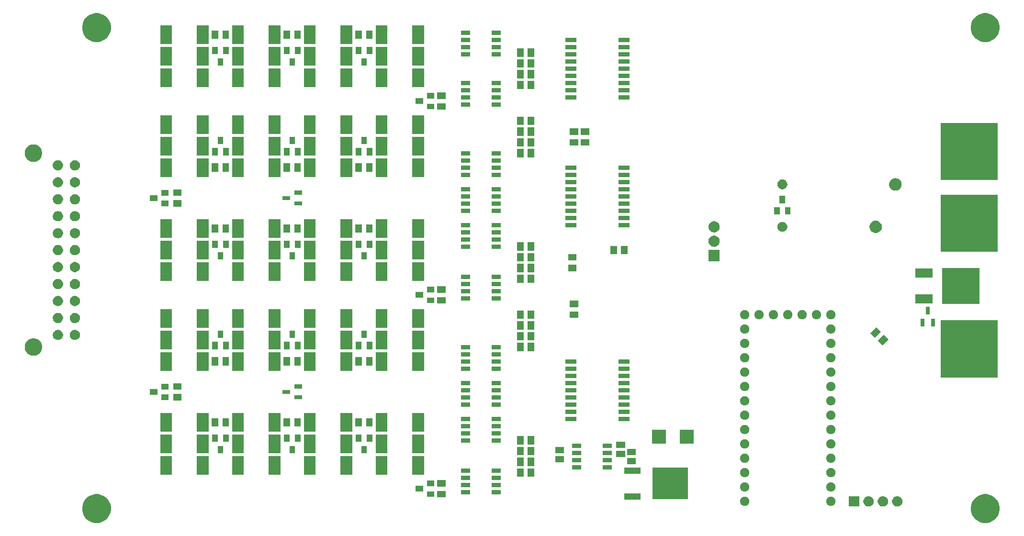
<source format=gbr>
G04 #@! TF.GenerationSoftware,KiCad,Pcbnew,(5.1.5)-3*
G04 #@! TF.CreationDate,2020-06-17T20:43:19-07:00*
G04 #@! TF.ProjectId,BMS Board,424d5320-426f-4617-9264-2e6b69636164,rev?*
G04 #@! TF.SameCoordinates,Original*
G04 #@! TF.FileFunction,Soldermask,Bot*
G04 #@! TF.FilePolarity,Negative*
%FSLAX46Y46*%
G04 Gerber Fmt 4.6, Leading zero omitted, Abs format (unit mm)*
G04 Created by KiCad (PCBNEW (5.1.5)-3) date 2020-06-17 20:43:19*
%MOMM*%
%LPD*%
G04 APERTURE LIST*
%ADD10C,0.100000*%
G04 APERTURE END LIST*
D10*
G36*
X294749098Y-424267033D02*
G01*
X295213350Y-424459332D01*
X295213352Y-424459333D01*
X295631168Y-424738509D01*
X295986491Y-425093832D01*
X296170971Y-425369926D01*
X296265668Y-425511650D01*
X296457967Y-425975902D01*
X296556000Y-426468747D01*
X296556000Y-426971253D01*
X296457967Y-427464098D01*
X296265668Y-427928350D01*
X296265667Y-427928352D01*
X295986491Y-428346168D01*
X295631168Y-428701491D01*
X295213352Y-428980667D01*
X295213351Y-428980668D01*
X295213350Y-428980668D01*
X294749098Y-429172967D01*
X294256253Y-429271000D01*
X293753747Y-429271000D01*
X293260902Y-429172967D01*
X292796650Y-428980668D01*
X292796649Y-428980668D01*
X292796648Y-428980667D01*
X292378832Y-428701491D01*
X292023509Y-428346168D01*
X291744333Y-427928352D01*
X291744332Y-427928350D01*
X291552033Y-427464098D01*
X291454000Y-426971253D01*
X291454000Y-426468747D01*
X291552033Y-425975902D01*
X291744332Y-425511650D01*
X291839029Y-425369926D01*
X292023509Y-425093832D01*
X292378832Y-424738509D01*
X292796648Y-424459333D01*
X292796650Y-424459332D01*
X293260902Y-424267033D01*
X293753747Y-424169000D01*
X294256253Y-424169000D01*
X294749098Y-424267033D01*
G37*
G36*
X137586598Y-424267033D02*
G01*
X138050850Y-424459332D01*
X138050852Y-424459333D01*
X138468668Y-424738509D01*
X138823991Y-425093832D01*
X139008471Y-425369926D01*
X139103168Y-425511650D01*
X139295467Y-425975902D01*
X139393500Y-426468747D01*
X139393500Y-426971253D01*
X139295467Y-427464098D01*
X139103168Y-427928350D01*
X139103167Y-427928352D01*
X138823991Y-428346168D01*
X138468668Y-428701491D01*
X138050852Y-428980667D01*
X138050851Y-428980668D01*
X138050850Y-428980668D01*
X137586598Y-429172967D01*
X137093753Y-429271000D01*
X136591247Y-429271000D01*
X136098402Y-429172967D01*
X135634150Y-428980668D01*
X135634149Y-428980668D01*
X135634148Y-428980667D01*
X135216332Y-428701491D01*
X134861009Y-428346168D01*
X134581833Y-427928352D01*
X134581832Y-427928350D01*
X134389533Y-427464098D01*
X134291500Y-426971253D01*
X134291500Y-426468747D01*
X134389533Y-425975902D01*
X134581832Y-425511650D01*
X134676529Y-425369926D01*
X134861009Y-425093832D01*
X135216332Y-424738509D01*
X135634148Y-424459333D01*
X135634150Y-424459332D01*
X136098402Y-424267033D01*
X136591247Y-424169000D01*
X137093753Y-424169000D01*
X137586598Y-424267033D01*
G37*
G36*
X273545715Y-424554053D02*
G01*
X273633958Y-424571605D01*
X273702819Y-424600128D01*
X273800203Y-424640466D01*
X273949822Y-424740438D01*
X274077062Y-424867678D01*
X274177034Y-425017297D01*
X274245895Y-425183543D01*
X274281000Y-425360027D01*
X274281000Y-425539973D01*
X274245895Y-425716457D01*
X274177034Y-425882703D01*
X274077062Y-426032322D01*
X273949822Y-426159562D01*
X273800203Y-426259534D01*
X273702819Y-426299872D01*
X273633958Y-426328395D01*
X273545715Y-426345948D01*
X273457473Y-426363500D01*
X273277527Y-426363500D01*
X273189285Y-426345948D01*
X273101042Y-426328395D01*
X273032181Y-426299872D01*
X272934797Y-426259534D01*
X272785178Y-426159562D01*
X272657938Y-426032322D01*
X272557966Y-425882703D01*
X272489105Y-425716457D01*
X272454000Y-425539973D01*
X272454000Y-425360027D01*
X272489105Y-425183543D01*
X272557966Y-425017297D01*
X272657938Y-424867678D01*
X272785178Y-424740438D01*
X272934797Y-424640466D01*
X273032181Y-424600128D01*
X273101042Y-424571605D01*
X273189285Y-424554053D01*
X273277527Y-424536500D01*
X273457473Y-424536500D01*
X273545715Y-424554053D01*
G37*
G36*
X271741000Y-426363500D02*
G01*
X269914000Y-426363500D01*
X269914000Y-424536500D01*
X271741000Y-424536500D01*
X271741000Y-426363500D01*
G37*
G36*
X276085715Y-424554053D02*
G01*
X276173958Y-424571605D01*
X276242819Y-424600128D01*
X276340203Y-424640466D01*
X276489822Y-424740438D01*
X276617062Y-424867678D01*
X276717034Y-425017297D01*
X276785895Y-425183543D01*
X276821000Y-425360027D01*
X276821000Y-425539973D01*
X276785895Y-425716457D01*
X276717034Y-425882703D01*
X276617062Y-426032322D01*
X276489822Y-426159562D01*
X276340203Y-426259534D01*
X276242819Y-426299872D01*
X276173958Y-426328395D01*
X276085715Y-426345948D01*
X275997473Y-426363500D01*
X275817527Y-426363500D01*
X275729285Y-426345948D01*
X275641042Y-426328395D01*
X275572181Y-426299872D01*
X275474797Y-426259534D01*
X275325178Y-426159562D01*
X275197938Y-426032322D01*
X275097966Y-425882703D01*
X275029105Y-425716457D01*
X274994000Y-425539973D01*
X274994000Y-425360027D01*
X275029105Y-425183543D01*
X275097966Y-425017297D01*
X275197938Y-424867678D01*
X275325178Y-424740438D01*
X275474797Y-424640466D01*
X275572181Y-424600128D01*
X275641042Y-424571605D01*
X275729285Y-424554053D01*
X275817527Y-424536500D01*
X275997473Y-424536500D01*
X276085715Y-424554053D01*
G37*
G36*
X278625715Y-424554053D02*
G01*
X278713958Y-424571605D01*
X278782819Y-424600128D01*
X278880203Y-424640466D01*
X279029822Y-424740438D01*
X279157062Y-424867678D01*
X279257034Y-425017297D01*
X279325895Y-425183543D01*
X279361000Y-425360027D01*
X279361000Y-425539973D01*
X279325895Y-425716457D01*
X279257034Y-425882703D01*
X279157062Y-426032322D01*
X279029822Y-426159562D01*
X278880203Y-426259534D01*
X278782819Y-426299872D01*
X278713958Y-426328395D01*
X278625715Y-426345948D01*
X278537473Y-426363500D01*
X278357527Y-426363500D01*
X278269285Y-426345948D01*
X278181042Y-426328395D01*
X278112181Y-426299872D01*
X278014797Y-426259534D01*
X277865178Y-426159562D01*
X277737938Y-426032322D01*
X277637966Y-425882703D01*
X277569105Y-425716457D01*
X277534000Y-425539973D01*
X277534000Y-425360027D01*
X277569105Y-425183543D01*
X277637966Y-425017297D01*
X277737938Y-424867678D01*
X277865178Y-424740438D01*
X278014797Y-424640466D01*
X278112181Y-424600128D01*
X278181042Y-424571605D01*
X278269285Y-424554053D01*
X278357527Y-424536500D01*
X278537473Y-424536500D01*
X278625715Y-424554053D01*
G37*
G36*
X251697142Y-424668242D02*
G01*
X251845101Y-424729529D01*
X251978255Y-424818499D01*
X252091501Y-424931745D01*
X252180471Y-425064899D01*
X252241758Y-425212858D01*
X252273000Y-425369925D01*
X252273000Y-425530075D01*
X252241758Y-425687142D01*
X252180471Y-425835101D01*
X252091501Y-425968255D01*
X251978255Y-426081501D01*
X251845101Y-426170471D01*
X251697142Y-426231758D01*
X251540075Y-426263000D01*
X251379925Y-426263000D01*
X251222858Y-426231758D01*
X251074899Y-426170471D01*
X250941745Y-426081501D01*
X250828499Y-425968255D01*
X250739529Y-425835101D01*
X250678242Y-425687142D01*
X250647000Y-425530075D01*
X250647000Y-425369925D01*
X250678242Y-425212858D01*
X250739529Y-425064899D01*
X250828499Y-424931745D01*
X250941745Y-424818499D01*
X251074899Y-424729529D01*
X251222858Y-424668242D01*
X251379925Y-424637000D01*
X251540075Y-424637000D01*
X251697142Y-424668242D01*
G37*
G36*
X266937142Y-424668242D02*
G01*
X267085101Y-424729529D01*
X267218255Y-424818499D01*
X267331501Y-424931745D01*
X267420471Y-425064899D01*
X267481758Y-425212858D01*
X267513000Y-425369925D01*
X267513000Y-425530075D01*
X267481758Y-425687142D01*
X267420471Y-425835101D01*
X267331501Y-425968255D01*
X267218255Y-426081501D01*
X267085101Y-426170471D01*
X266937142Y-426231758D01*
X266780075Y-426263000D01*
X266619925Y-426263000D01*
X266462858Y-426231758D01*
X266314899Y-426170471D01*
X266181745Y-426081501D01*
X266068499Y-425968255D01*
X265979529Y-425835101D01*
X265918242Y-425687142D01*
X265887000Y-425530075D01*
X265887000Y-425369925D01*
X265918242Y-425212858D01*
X265979529Y-425064899D01*
X266068499Y-424931745D01*
X266181745Y-424818499D01*
X266314899Y-424729529D01*
X266462858Y-424668242D01*
X266619925Y-424637000D01*
X266780075Y-424637000D01*
X266937142Y-424668242D01*
G37*
G36*
X233026000Y-425116000D02*
G01*
X230174000Y-425116000D01*
X230174000Y-424014000D01*
X233026000Y-424014000D01*
X233026000Y-425116000D01*
G37*
G36*
X241426000Y-425101000D02*
G01*
X235174000Y-425101000D01*
X235174000Y-419449000D01*
X241426000Y-419449000D01*
X241426000Y-425101000D01*
G37*
G36*
X198553500Y-424753500D02*
G01*
X197051500Y-424753500D01*
X197051500Y-423601500D01*
X198553500Y-423601500D01*
X198553500Y-424753500D01*
G37*
G36*
X196596000Y-424678500D02*
G01*
X195294000Y-424678500D01*
X195294000Y-423676500D01*
X196596000Y-423676500D01*
X196596000Y-424678500D01*
G37*
G36*
X208313000Y-424238500D02*
G01*
X206686000Y-424238500D01*
X206686000Y-423486500D01*
X208313000Y-423486500D01*
X208313000Y-424238500D01*
G37*
G36*
X202889000Y-424238500D02*
G01*
X201262000Y-424238500D01*
X201262000Y-423486500D01*
X202889000Y-423486500D01*
X202889000Y-424238500D01*
G37*
G36*
X194596000Y-423728500D02*
G01*
X193294000Y-423728500D01*
X193294000Y-422726500D01*
X194596000Y-422726500D01*
X194596000Y-423728500D01*
G37*
G36*
X266937142Y-422128242D02*
G01*
X267085101Y-422189529D01*
X267218255Y-422278499D01*
X267331501Y-422391745D01*
X267420471Y-422524899D01*
X267481758Y-422672858D01*
X267513000Y-422829925D01*
X267513000Y-422990075D01*
X267481758Y-423147142D01*
X267420471Y-423295101D01*
X267331501Y-423428255D01*
X267218255Y-423541501D01*
X267085101Y-423630471D01*
X266937142Y-423691758D01*
X266780075Y-423723000D01*
X266619925Y-423723000D01*
X266462858Y-423691758D01*
X266314899Y-423630471D01*
X266181745Y-423541501D01*
X266068499Y-423428255D01*
X265979529Y-423295101D01*
X265918242Y-423147142D01*
X265887000Y-422990075D01*
X265887000Y-422829925D01*
X265918242Y-422672858D01*
X265979529Y-422524899D01*
X266068499Y-422391745D01*
X266181745Y-422278499D01*
X266314899Y-422189529D01*
X266462858Y-422128242D01*
X266619925Y-422097000D01*
X266780075Y-422097000D01*
X266937142Y-422128242D01*
G37*
G36*
X251697142Y-422128242D02*
G01*
X251845101Y-422189529D01*
X251978255Y-422278499D01*
X252091501Y-422391745D01*
X252180471Y-422524899D01*
X252241758Y-422672858D01*
X252273000Y-422829925D01*
X252273000Y-422990075D01*
X252241758Y-423147142D01*
X252180471Y-423295101D01*
X252091501Y-423428255D01*
X251978255Y-423541501D01*
X251845101Y-423630471D01*
X251697142Y-423691758D01*
X251540075Y-423723000D01*
X251379925Y-423723000D01*
X251222858Y-423691758D01*
X251074899Y-423630471D01*
X250941745Y-423541501D01*
X250828499Y-423428255D01*
X250739529Y-423295101D01*
X250678242Y-423147142D01*
X250647000Y-422990075D01*
X250647000Y-422829925D01*
X250678242Y-422672858D01*
X250739529Y-422524899D01*
X250828499Y-422391745D01*
X250941745Y-422278499D01*
X251074899Y-422189529D01*
X251222858Y-422128242D01*
X251379925Y-422097000D01*
X251540075Y-422097000D01*
X251697142Y-422128242D01*
G37*
G36*
X208313000Y-422968500D02*
G01*
X206686000Y-422968500D01*
X206686000Y-422216500D01*
X208313000Y-422216500D01*
X208313000Y-422968500D01*
G37*
G36*
X202889000Y-422968500D02*
G01*
X201262000Y-422968500D01*
X201262000Y-422216500D01*
X202889000Y-422216500D01*
X202889000Y-422968500D01*
G37*
G36*
X198553500Y-422853500D02*
G01*
X197051500Y-422853500D01*
X197051500Y-421701500D01*
X198553500Y-421701500D01*
X198553500Y-422853500D01*
G37*
G36*
X196596000Y-422778500D02*
G01*
X195294000Y-422778500D01*
X195294000Y-421776500D01*
X196596000Y-421776500D01*
X196596000Y-422778500D01*
G37*
G36*
X202889000Y-421698500D02*
G01*
X201262000Y-421698500D01*
X201262000Y-420946500D01*
X202889000Y-420946500D01*
X202889000Y-421698500D01*
G37*
G36*
X208313000Y-421698500D02*
G01*
X206686000Y-421698500D01*
X206686000Y-420946500D01*
X208313000Y-420946500D01*
X208313000Y-421698500D01*
G37*
G36*
X266937142Y-419588242D02*
G01*
X267085101Y-419649529D01*
X267218255Y-419738499D01*
X267331501Y-419851745D01*
X267420471Y-419984899D01*
X267481758Y-420132858D01*
X267513000Y-420289925D01*
X267513000Y-420450075D01*
X267481758Y-420607142D01*
X267420471Y-420755101D01*
X267331501Y-420888255D01*
X267218255Y-421001501D01*
X267085101Y-421090471D01*
X266937142Y-421151758D01*
X266780075Y-421183000D01*
X266619925Y-421183000D01*
X266462858Y-421151758D01*
X266314899Y-421090471D01*
X266181745Y-421001501D01*
X266068499Y-420888255D01*
X265979529Y-420755101D01*
X265918242Y-420607142D01*
X265887000Y-420450075D01*
X265887000Y-420289925D01*
X265918242Y-420132858D01*
X265979529Y-419984899D01*
X266068499Y-419851745D01*
X266181745Y-419738499D01*
X266314899Y-419649529D01*
X266462858Y-419588242D01*
X266619925Y-419557000D01*
X266780075Y-419557000D01*
X266937142Y-419588242D01*
G37*
G36*
X251697142Y-419588242D02*
G01*
X251845101Y-419649529D01*
X251978255Y-419738499D01*
X252091501Y-419851745D01*
X252180471Y-419984899D01*
X252241758Y-420132858D01*
X252273000Y-420289925D01*
X252273000Y-420450075D01*
X252241758Y-420607142D01*
X252180471Y-420755101D01*
X252091501Y-420888255D01*
X251978255Y-421001501D01*
X251845101Y-421090471D01*
X251697142Y-421151758D01*
X251540075Y-421183000D01*
X251379925Y-421183000D01*
X251222858Y-421151758D01*
X251074899Y-421090471D01*
X250941745Y-421001501D01*
X250828499Y-420888255D01*
X250739529Y-420755101D01*
X250678242Y-420607142D01*
X250647000Y-420450075D01*
X250647000Y-420289925D01*
X250678242Y-420132858D01*
X250739529Y-419984899D01*
X250828499Y-419851745D01*
X250941745Y-419738499D01*
X251074899Y-419649529D01*
X251222858Y-419588242D01*
X251379925Y-419557000D01*
X251540075Y-419557000D01*
X251697142Y-419588242D01*
G37*
G36*
X214251000Y-421121000D02*
G01*
X213099000Y-421121000D01*
X213099000Y-419619000D01*
X214251000Y-419619000D01*
X214251000Y-421121000D01*
G37*
G36*
X212351000Y-421121000D02*
G01*
X211199000Y-421121000D01*
X211199000Y-419619000D01*
X212351000Y-419619000D01*
X212351000Y-421121000D01*
G37*
G36*
X156701000Y-420751000D02*
G01*
X154599000Y-420751000D01*
X154599000Y-417449000D01*
X156701000Y-417449000D01*
X156701000Y-420751000D01*
G37*
G36*
X194801000Y-420751000D02*
G01*
X192699000Y-420751000D01*
X192699000Y-417449000D01*
X194801000Y-417449000D01*
X194801000Y-420751000D01*
G37*
G36*
X188301000Y-420751000D02*
G01*
X186199000Y-420751000D01*
X186199000Y-417449000D01*
X188301000Y-417449000D01*
X188301000Y-420751000D01*
G37*
G36*
X162901000Y-420751000D02*
G01*
X160799000Y-420751000D01*
X160799000Y-417449000D01*
X162901000Y-417449000D01*
X162901000Y-420751000D01*
G37*
G36*
X182101000Y-420751000D02*
G01*
X179999000Y-420751000D01*
X179999000Y-417449000D01*
X182101000Y-417449000D01*
X182101000Y-420751000D01*
G37*
G36*
X169401000Y-420751000D02*
G01*
X167299000Y-420751000D01*
X167299000Y-417449000D01*
X169401000Y-417449000D01*
X169401000Y-420751000D01*
G37*
G36*
X175601000Y-420751000D02*
G01*
X173499000Y-420751000D01*
X173499000Y-417449000D01*
X175601000Y-417449000D01*
X175601000Y-420751000D01*
G37*
G36*
X150201000Y-420751000D02*
G01*
X148099000Y-420751000D01*
X148099000Y-417449000D01*
X150201000Y-417449000D01*
X150201000Y-420751000D01*
G37*
G36*
X233026000Y-420536000D02*
G01*
X230174000Y-420536000D01*
X230174000Y-419434000D01*
X233026000Y-419434000D01*
X233026000Y-420536000D01*
G37*
G36*
X202889000Y-420428500D02*
G01*
X201262000Y-420428500D01*
X201262000Y-419676500D01*
X202889000Y-419676500D01*
X202889000Y-420428500D01*
G37*
G36*
X208313000Y-420428500D02*
G01*
X206686000Y-420428500D01*
X206686000Y-419676500D01*
X208313000Y-419676500D01*
X208313000Y-420428500D01*
G37*
G36*
X227998000Y-419793500D02*
G01*
X226371000Y-419793500D01*
X226371000Y-419041500D01*
X227998000Y-419041500D01*
X227998000Y-419793500D01*
G37*
G36*
X222574000Y-419793500D02*
G01*
X220947000Y-419793500D01*
X220947000Y-419041500D01*
X222574000Y-419041500D01*
X222574000Y-419793500D01*
G37*
G36*
X212351000Y-419216000D02*
G01*
X211199000Y-419216000D01*
X211199000Y-417714000D01*
X212351000Y-417714000D01*
X212351000Y-419216000D01*
G37*
G36*
X214251000Y-419216000D02*
G01*
X213099000Y-419216000D01*
X213099000Y-417714000D01*
X214251000Y-417714000D01*
X214251000Y-419216000D01*
G37*
G36*
X232243500Y-418883500D02*
G01*
X230671500Y-418883500D01*
X230671500Y-417761500D01*
X232243500Y-417761500D01*
X232243500Y-418883500D01*
G37*
G36*
X251697142Y-417048242D02*
G01*
X251845101Y-417109529D01*
X251978255Y-417198499D01*
X252091501Y-417311745D01*
X252180471Y-417444899D01*
X252241758Y-417592858D01*
X252273000Y-417749925D01*
X252273000Y-417910075D01*
X252241758Y-418067142D01*
X252180471Y-418215101D01*
X252091501Y-418348255D01*
X251978255Y-418461501D01*
X251845101Y-418550471D01*
X251697142Y-418611758D01*
X251540075Y-418643000D01*
X251379925Y-418643000D01*
X251222858Y-418611758D01*
X251074899Y-418550471D01*
X250941745Y-418461501D01*
X250828499Y-418348255D01*
X250739529Y-418215101D01*
X250678242Y-418067142D01*
X250647000Y-417910075D01*
X250647000Y-417749925D01*
X250678242Y-417592858D01*
X250739529Y-417444899D01*
X250828499Y-417311745D01*
X250941745Y-417198499D01*
X251074899Y-417109529D01*
X251222858Y-417048242D01*
X251379925Y-417017000D01*
X251540075Y-417017000D01*
X251697142Y-417048242D01*
G37*
G36*
X266937142Y-417048242D02*
G01*
X267085101Y-417109529D01*
X267218255Y-417198499D01*
X267331501Y-417311745D01*
X267420471Y-417444899D01*
X267481758Y-417592858D01*
X267513000Y-417749925D01*
X267513000Y-417910075D01*
X267481758Y-418067142D01*
X267420471Y-418215101D01*
X267331501Y-418348255D01*
X267218255Y-418461501D01*
X267085101Y-418550471D01*
X266937142Y-418611758D01*
X266780075Y-418643000D01*
X266619925Y-418643000D01*
X266462858Y-418611758D01*
X266314899Y-418550471D01*
X266181745Y-418461501D01*
X266068499Y-418348255D01*
X265979529Y-418215101D01*
X265918242Y-418067142D01*
X265887000Y-417910075D01*
X265887000Y-417749925D01*
X265918242Y-417592858D01*
X265979529Y-417444899D01*
X266068499Y-417311745D01*
X266181745Y-417198499D01*
X266314899Y-417109529D01*
X266462858Y-417048242D01*
X266619925Y-417017000D01*
X266780075Y-417017000D01*
X266937142Y-417048242D01*
G37*
G36*
X219543500Y-418566000D02*
G01*
X217971500Y-418566000D01*
X217971500Y-417444000D01*
X219543500Y-417444000D01*
X219543500Y-418566000D01*
G37*
G36*
X222574000Y-418523500D02*
G01*
X220947000Y-418523500D01*
X220947000Y-417771500D01*
X222574000Y-417771500D01*
X222574000Y-418523500D01*
G37*
G36*
X227998000Y-418523500D02*
G01*
X226371000Y-418523500D01*
X226371000Y-417771500D01*
X227998000Y-417771500D01*
X227998000Y-418523500D01*
G37*
G36*
X230338500Y-417613500D02*
G01*
X228766500Y-417613500D01*
X228766500Y-416491500D01*
X230338500Y-416491500D01*
X230338500Y-417613500D01*
G37*
G36*
X214251000Y-417311000D02*
G01*
X213099000Y-417311000D01*
X213099000Y-415809000D01*
X214251000Y-415809000D01*
X214251000Y-417311000D01*
G37*
G36*
X212351000Y-417311000D02*
G01*
X211199000Y-417311000D01*
X211199000Y-415809000D01*
X212351000Y-415809000D01*
X212351000Y-417311000D01*
G37*
G36*
X232243500Y-417263500D02*
G01*
X230671500Y-417263500D01*
X230671500Y-416141500D01*
X232243500Y-416141500D01*
X232243500Y-417263500D01*
G37*
G36*
X222574000Y-417253500D02*
G01*
X220947000Y-417253500D01*
X220947000Y-416501500D01*
X222574000Y-416501500D01*
X222574000Y-417253500D01*
G37*
G36*
X227998000Y-417253500D02*
G01*
X226371000Y-417253500D01*
X226371000Y-416501500D01*
X227998000Y-416501500D01*
X227998000Y-417253500D01*
G37*
G36*
X219543500Y-416946000D02*
G01*
X217971500Y-416946000D01*
X217971500Y-415824000D01*
X219543500Y-415824000D01*
X219543500Y-416946000D01*
G37*
G36*
X194801000Y-416941000D02*
G01*
X192699000Y-416941000D01*
X192699000Y-413639000D01*
X194801000Y-413639000D01*
X194801000Y-416941000D01*
G37*
G36*
X188301000Y-416941000D02*
G01*
X186199000Y-416941000D01*
X186199000Y-413639000D01*
X188301000Y-413639000D01*
X188301000Y-416941000D01*
G37*
G36*
X184651000Y-416941000D02*
G01*
X183649000Y-416941000D01*
X183649000Y-415639000D01*
X184651000Y-415639000D01*
X184651000Y-416941000D01*
G37*
G36*
X150201000Y-416941000D02*
G01*
X148099000Y-416941000D01*
X148099000Y-413639000D01*
X150201000Y-413639000D01*
X150201000Y-416941000D01*
G37*
G36*
X182101000Y-416941000D02*
G01*
X179999000Y-416941000D01*
X179999000Y-413639000D01*
X182101000Y-413639000D01*
X182101000Y-416941000D01*
G37*
G36*
X171951000Y-416941000D02*
G01*
X170949000Y-416941000D01*
X170949000Y-415639000D01*
X171951000Y-415639000D01*
X171951000Y-416941000D01*
G37*
G36*
X159251000Y-416941000D02*
G01*
X158249000Y-416941000D01*
X158249000Y-415639000D01*
X159251000Y-415639000D01*
X159251000Y-416941000D01*
G37*
G36*
X175601000Y-416941000D02*
G01*
X173499000Y-416941000D01*
X173499000Y-413639000D01*
X175601000Y-413639000D01*
X175601000Y-416941000D01*
G37*
G36*
X156701000Y-416941000D02*
G01*
X154599000Y-416941000D01*
X154599000Y-413639000D01*
X156701000Y-413639000D01*
X156701000Y-416941000D01*
G37*
G36*
X169401000Y-416941000D02*
G01*
X167299000Y-416941000D01*
X167299000Y-413639000D01*
X169401000Y-413639000D01*
X169401000Y-416941000D01*
G37*
G36*
X162901000Y-416941000D02*
G01*
X160799000Y-416941000D01*
X160799000Y-413639000D01*
X162901000Y-413639000D01*
X162901000Y-416941000D01*
G37*
G36*
X251697142Y-414508242D02*
G01*
X251845101Y-414569529D01*
X251978255Y-414658499D01*
X252091501Y-414771745D01*
X252180471Y-414904899D01*
X252241758Y-415052858D01*
X252273000Y-415209925D01*
X252273000Y-415370075D01*
X252241758Y-415527142D01*
X252180471Y-415675101D01*
X252091501Y-415808255D01*
X251978255Y-415921501D01*
X251845101Y-416010471D01*
X251697142Y-416071758D01*
X251540075Y-416103000D01*
X251379925Y-416103000D01*
X251222858Y-416071758D01*
X251074899Y-416010471D01*
X250941745Y-415921501D01*
X250828499Y-415808255D01*
X250739529Y-415675101D01*
X250678242Y-415527142D01*
X250647000Y-415370075D01*
X250647000Y-415209925D01*
X250678242Y-415052858D01*
X250739529Y-414904899D01*
X250828499Y-414771745D01*
X250941745Y-414658499D01*
X251074899Y-414569529D01*
X251222858Y-414508242D01*
X251379925Y-414477000D01*
X251540075Y-414477000D01*
X251697142Y-414508242D01*
G37*
G36*
X266937142Y-414508242D02*
G01*
X267085101Y-414569529D01*
X267218255Y-414658499D01*
X267331501Y-414771745D01*
X267420471Y-414904899D01*
X267481758Y-415052858D01*
X267513000Y-415209925D01*
X267513000Y-415370075D01*
X267481758Y-415527142D01*
X267420471Y-415675101D01*
X267331501Y-415808255D01*
X267218255Y-415921501D01*
X267085101Y-416010471D01*
X266937142Y-416071758D01*
X266780075Y-416103000D01*
X266619925Y-416103000D01*
X266462858Y-416071758D01*
X266314899Y-416010471D01*
X266181745Y-415921501D01*
X266068499Y-415808255D01*
X265979529Y-415675101D01*
X265918242Y-415527142D01*
X265887000Y-415370075D01*
X265887000Y-415209925D01*
X265918242Y-415052858D01*
X265979529Y-414904899D01*
X266068499Y-414771745D01*
X266181745Y-414658499D01*
X266314899Y-414569529D01*
X266462858Y-414508242D01*
X266619925Y-414477000D01*
X266780075Y-414477000D01*
X266937142Y-414508242D01*
G37*
G36*
X230338500Y-415993500D02*
G01*
X228766500Y-415993500D01*
X228766500Y-414871500D01*
X230338500Y-414871500D01*
X230338500Y-415993500D01*
G37*
G36*
X222574000Y-415983500D02*
G01*
X220947000Y-415983500D01*
X220947000Y-415231500D01*
X222574000Y-415231500D01*
X222574000Y-415983500D01*
G37*
G36*
X227998000Y-415983500D02*
G01*
X226371000Y-415983500D01*
X226371000Y-415231500D01*
X227998000Y-415231500D01*
X227998000Y-415983500D01*
G37*
G36*
X214251000Y-415406000D02*
G01*
X213099000Y-415406000D01*
X213099000Y-413904000D01*
X214251000Y-413904000D01*
X214251000Y-415406000D01*
G37*
G36*
X212351000Y-415406000D02*
G01*
X211199000Y-415406000D01*
X211199000Y-413904000D01*
X212351000Y-413904000D01*
X212351000Y-415406000D01*
G37*
G36*
X242411000Y-415221000D02*
G01*
X240009000Y-415221000D01*
X240009000Y-412819000D01*
X242411000Y-412819000D01*
X242411000Y-415221000D01*
G37*
G36*
X237511000Y-415221000D02*
G01*
X235109000Y-415221000D01*
X235109000Y-412819000D01*
X237511000Y-412819000D01*
X237511000Y-415221000D01*
G37*
G36*
X208313000Y-415031000D02*
G01*
X206686000Y-415031000D01*
X206686000Y-414279000D01*
X208313000Y-414279000D01*
X208313000Y-415031000D01*
G37*
G36*
X202889000Y-415031000D02*
G01*
X201262000Y-415031000D01*
X201262000Y-414279000D01*
X202889000Y-414279000D01*
X202889000Y-415031000D01*
G37*
G36*
X160201000Y-414941000D02*
G01*
X159199000Y-414941000D01*
X159199000Y-413639000D01*
X160201000Y-413639000D01*
X160201000Y-414941000D01*
G37*
G36*
X171001000Y-414941000D02*
G01*
X169999000Y-414941000D01*
X169999000Y-413639000D01*
X171001000Y-413639000D01*
X171001000Y-414941000D01*
G37*
G36*
X183701000Y-414941000D02*
G01*
X182699000Y-414941000D01*
X182699000Y-413639000D01*
X183701000Y-413639000D01*
X183701000Y-414941000D01*
G37*
G36*
X172901000Y-414941000D02*
G01*
X171899000Y-414941000D01*
X171899000Y-413639000D01*
X172901000Y-413639000D01*
X172901000Y-414941000D01*
G37*
G36*
X185601000Y-414941000D02*
G01*
X184599000Y-414941000D01*
X184599000Y-413639000D01*
X185601000Y-413639000D01*
X185601000Y-414941000D01*
G37*
G36*
X158301000Y-414941000D02*
G01*
X157299000Y-414941000D01*
X157299000Y-413639000D01*
X158301000Y-413639000D01*
X158301000Y-414941000D01*
G37*
G36*
X202889000Y-413761000D02*
G01*
X201262000Y-413761000D01*
X201262000Y-413009000D01*
X202889000Y-413009000D01*
X202889000Y-413761000D01*
G37*
G36*
X208313000Y-413761000D02*
G01*
X206686000Y-413761000D01*
X206686000Y-413009000D01*
X208313000Y-413009000D01*
X208313000Y-413761000D01*
G37*
G36*
X251697142Y-411968242D02*
G01*
X251845101Y-412029529D01*
X251978255Y-412118499D01*
X252091501Y-412231745D01*
X252180471Y-412364899D01*
X252241758Y-412512858D01*
X252273000Y-412669925D01*
X252273000Y-412830075D01*
X252241758Y-412987142D01*
X252180471Y-413135101D01*
X252091501Y-413268255D01*
X251978255Y-413381501D01*
X251845101Y-413470471D01*
X251697142Y-413531758D01*
X251540075Y-413563000D01*
X251379925Y-413563000D01*
X251222858Y-413531758D01*
X251074899Y-413470471D01*
X250941745Y-413381501D01*
X250828499Y-413268255D01*
X250739529Y-413135101D01*
X250678242Y-412987142D01*
X250647000Y-412830075D01*
X250647000Y-412669925D01*
X250678242Y-412512858D01*
X250739529Y-412364899D01*
X250828499Y-412231745D01*
X250941745Y-412118499D01*
X251074899Y-412029529D01*
X251222858Y-411968242D01*
X251379925Y-411937000D01*
X251540075Y-411937000D01*
X251697142Y-411968242D01*
G37*
G36*
X266937142Y-411968242D02*
G01*
X267085101Y-412029529D01*
X267218255Y-412118499D01*
X267331501Y-412231745D01*
X267420471Y-412364899D01*
X267481758Y-412512858D01*
X267513000Y-412669925D01*
X267513000Y-412830075D01*
X267481758Y-412987142D01*
X267420471Y-413135101D01*
X267331501Y-413268255D01*
X267218255Y-413381501D01*
X267085101Y-413470471D01*
X266937142Y-413531758D01*
X266780075Y-413563000D01*
X266619925Y-413563000D01*
X266462858Y-413531758D01*
X266314899Y-413470471D01*
X266181745Y-413381501D01*
X266068499Y-413268255D01*
X265979529Y-413135101D01*
X265918242Y-412987142D01*
X265887000Y-412830075D01*
X265887000Y-412669925D01*
X265918242Y-412512858D01*
X265979529Y-412364899D01*
X266068499Y-412231745D01*
X266181745Y-412118499D01*
X266314899Y-412029529D01*
X266462858Y-411968242D01*
X266619925Y-411937000D01*
X266780075Y-411937000D01*
X266937142Y-411968242D01*
G37*
G36*
X182101000Y-413131000D02*
G01*
X179999000Y-413131000D01*
X179999000Y-409829000D01*
X182101000Y-409829000D01*
X182101000Y-413131000D01*
G37*
G36*
X194801000Y-413131000D02*
G01*
X192699000Y-413131000D01*
X192699000Y-409829000D01*
X194801000Y-409829000D01*
X194801000Y-413131000D01*
G37*
G36*
X188301000Y-413131000D02*
G01*
X186199000Y-413131000D01*
X186199000Y-409829000D01*
X188301000Y-409829000D01*
X188301000Y-413131000D01*
G37*
G36*
X175601000Y-413131000D02*
G01*
X173499000Y-413131000D01*
X173499000Y-409829000D01*
X175601000Y-409829000D01*
X175601000Y-413131000D01*
G37*
G36*
X150201000Y-413131000D02*
G01*
X148099000Y-413131000D01*
X148099000Y-409829000D01*
X150201000Y-409829000D01*
X150201000Y-413131000D01*
G37*
G36*
X156701000Y-413131000D02*
G01*
X154599000Y-413131000D01*
X154599000Y-409829000D01*
X156701000Y-409829000D01*
X156701000Y-413131000D01*
G37*
G36*
X162901000Y-413131000D02*
G01*
X160799000Y-413131000D01*
X160799000Y-409829000D01*
X162901000Y-409829000D01*
X162901000Y-413131000D01*
G37*
G36*
X169401000Y-413131000D02*
G01*
X167299000Y-413131000D01*
X167299000Y-409829000D01*
X169401000Y-409829000D01*
X169401000Y-413131000D01*
G37*
G36*
X202889000Y-412491000D02*
G01*
X201262000Y-412491000D01*
X201262000Y-411739000D01*
X202889000Y-411739000D01*
X202889000Y-412491000D01*
G37*
G36*
X208313000Y-412491000D02*
G01*
X206686000Y-412491000D01*
X206686000Y-411739000D01*
X208313000Y-411739000D01*
X208313000Y-412491000D01*
G37*
G36*
X185676000Y-412231000D02*
G01*
X184524000Y-412231000D01*
X184524000Y-410729000D01*
X185676000Y-410729000D01*
X185676000Y-412231000D01*
G37*
G36*
X183776000Y-412231000D02*
G01*
X182624000Y-412231000D01*
X182624000Y-410729000D01*
X183776000Y-410729000D01*
X183776000Y-412231000D01*
G37*
G36*
X158376000Y-412231000D02*
G01*
X157224000Y-412231000D01*
X157224000Y-410729000D01*
X158376000Y-410729000D01*
X158376000Y-412231000D01*
G37*
G36*
X171076000Y-412231000D02*
G01*
X169924000Y-412231000D01*
X169924000Y-410729000D01*
X171076000Y-410729000D01*
X171076000Y-412231000D01*
G37*
G36*
X172976000Y-412231000D02*
G01*
X171824000Y-412231000D01*
X171824000Y-410729000D01*
X172976000Y-410729000D01*
X172976000Y-412231000D01*
G37*
G36*
X160276000Y-412231000D02*
G01*
X159124000Y-412231000D01*
X159124000Y-410729000D01*
X160276000Y-410729000D01*
X160276000Y-412231000D01*
G37*
G36*
X231076000Y-411221000D02*
G01*
X229124000Y-411221000D01*
X229124000Y-410469000D01*
X231076000Y-410469000D01*
X231076000Y-411221000D01*
G37*
G36*
X221726000Y-411221000D02*
G01*
X219774000Y-411221000D01*
X219774000Y-410469000D01*
X221726000Y-410469000D01*
X221726000Y-411221000D01*
G37*
G36*
X202889000Y-411221000D02*
G01*
X201262000Y-411221000D01*
X201262000Y-410469000D01*
X202889000Y-410469000D01*
X202889000Y-411221000D01*
G37*
G36*
X208313000Y-411221000D02*
G01*
X206686000Y-411221000D01*
X206686000Y-410469000D01*
X208313000Y-410469000D01*
X208313000Y-411221000D01*
G37*
G36*
X266937142Y-409428242D02*
G01*
X267085101Y-409489529D01*
X267218255Y-409578499D01*
X267331501Y-409691745D01*
X267420471Y-409824899D01*
X267481758Y-409972858D01*
X267513000Y-410129925D01*
X267513000Y-410290075D01*
X267481758Y-410447142D01*
X267420471Y-410595101D01*
X267331501Y-410728255D01*
X267218255Y-410841501D01*
X267085101Y-410930471D01*
X266937142Y-410991758D01*
X266780075Y-411023000D01*
X266619925Y-411023000D01*
X266462858Y-410991758D01*
X266314899Y-410930471D01*
X266181745Y-410841501D01*
X266068499Y-410728255D01*
X265979529Y-410595101D01*
X265918242Y-410447142D01*
X265887000Y-410290075D01*
X265887000Y-410129925D01*
X265918242Y-409972858D01*
X265979529Y-409824899D01*
X266068499Y-409691745D01*
X266181745Y-409578499D01*
X266314899Y-409489529D01*
X266462858Y-409428242D01*
X266619925Y-409397000D01*
X266780075Y-409397000D01*
X266937142Y-409428242D01*
G37*
G36*
X251697142Y-409428242D02*
G01*
X251845101Y-409489529D01*
X251978255Y-409578499D01*
X252091501Y-409691745D01*
X252180471Y-409824899D01*
X252241758Y-409972858D01*
X252273000Y-410129925D01*
X252273000Y-410290075D01*
X252241758Y-410447142D01*
X252180471Y-410595101D01*
X252091501Y-410728255D01*
X251978255Y-410841501D01*
X251845101Y-410930471D01*
X251697142Y-410991758D01*
X251540075Y-411023000D01*
X251379925Y-411023000D01*
X251222858Y-410991758D01*
X251074899Y-410930471D01*
X250941745Y-410841501D01*
X250828499Y-410728255D01*
X250739529Y-410595101D01*
X250678242Y-410447142D01*
X250647000Y-410290075D01*
X250647000Y-410129925D01*
X250678242Y-409972858D01*
X250739529Y-409824899D01*
X250828499Y-409691745D01*
X250941745Y-409578499D01*
X251074899Y-409489529D01*
X251222858Y-409428242D01*
X251379925Y-409397000D01*
X251540075Y-409397000D01*
X251697142Y-409428242D01*
G37*
G36*
X231076000Y-409951000D02*
G01*
X229124000Y-409951000D01*
X229124000Y-409199000D01*
X231076000Y-409199000D01*
X231076000Y-409951000D01*
G37*
G36*
X221726000Y-409951000D02*
G01*
X219774000Y-409951000D01*
X219774000Y-409199000D01*
X221726000Y-409199000D01*
X221726000Y-409951000D01*
G37*
G36*
X221726000Y-408681000D02*
G01*
X219774000Y-408681000D01*
X219774000Y-407929000D01*
X221726000Y-407929000D01*
X221726000Y-408681000D01*
G37*
G36*
X231076000Y-408681000D02*
G01*
X229124000Y-408681000D01*
X229124000Y-407929000D01*
X231076000Y-407929000D01*
X231076000Y-408681000D01*
G37*
G36*
X202889000Y-408681000D02*
G01*
X201262000Y-408681000D01*
X201262000Y-407929000D01*
X202889000Y-407929000D01*
X202889000Y-408681000D01*
G37*
G36*
X208313000Y-408681000D02*
G01*
X206686000Y-408681000D01*
X206686000Y-407929000D01*
X208313000Y-407929000D01*
X208313000Y-408681000D01*
G37*
G36*
X266937142Y-406888242D02*
G01*
X267085101Y-406949529D01*
X267218255Y-407038499D01*
X267331501Y-407151745D01*
X267420471Y-407284899D01*
X267481758Y-407432858D01*
X267513000Y-407589925D01*
X267513000Y-407750075D01*
X267481758Y-407907142D01*
X267420471Y-408055101D01*
X267331501Y-408188255D01*
X267218255Y-408301501D01*
X267085101Y-408390471D01*
X266937142Y-408451758D01*
X266780075Y-408483000D01*
X266619925Y-408483000D01*
X266462858Y-408451758D01*
X266314899Y-408390471D01*
X266181745Y-408301501D01*
X266068499Y-408188255D01*
X265979529Y-408055101D01*
X265918242Y-407907142D01*
X265887000Y-407750075D01*
X265887000Y-407589925D01*
X265918242Y-407432858D01*
X265979529Y-407284899D01*
X266068499Y-407151745D01*
X266181745Y-407038499D01*
X266314899Y-406949529D01*
X266462858Y-406888242D01*
X266619925Y-406857000D01*
X266780075Y-406857000D01*
X266937142Y-406888242D01*
G37*
G36*
X251697142Y-406888242D02*
G01*
X251845101Y-406949529D01*
X251978255Y-407038499D01*
X252091501Y-407151745D01*
X252180471Y-407284899D01*
X252241758Y-407432858D01*
X252273000Y-407589925D01*
X252273000Y-407750075D01*
X252241758Y-407907142D01*
X252180471Y-408055101D01*
X252091501Y-408188255D01*
X251978255Y-408301501D01*
X251845101Y-408390471D01*
X251697142Y-408451758D01*
X251540075Y-408483000D01*
X251379925Y-408483000D01*
X251222858Y-408451758D01*
X251074899Y-408390471D01*
X250941745Y-408301501D01*
X250828499Y-408188255D01*
X250739529Y-408055101D01*
X250678242Y-407907142D01*
X250647000Y-407750075D01*
X250647000Y-407589925D01*
X250678242Y-407432858D01*
X250739529Y-407284899D01*
X250828499Y-407151745D01*
X250941745Y-407038499D01*
X251074899Y-406949529D01*
X251222858Y-406888242D01*
X251379925Y-406857000D01*
X251540075Y-406857000D01*
X251697142Y-406888242D01*
G37*
G36*
X151881000Y-407608500D02*
G01*
X150379000Y-407608500D01*
X150379000Y-406456500D01*
X151881000Y-406456500D01*
X151881000Y-407608500D01*
G37*
G36*
X149606000Y-407533500D02*
G01*
X148304000Y-407533500D01*
X148304000Y-406531500D01*
X149606000Y-406531500D01*
X149606000Y-407533500D01*
G37*
G36*
X231076000Y-407411000D02*
G01*
X229124000Y-407411000D01*
X229124000Y-406659000D01*
X231076000Y-406659000D01*
X231076000Y-407411000D01*
G37*
G36*
X208313000Y-407411000D02*
G01*
X206686000Y-407411000D01*
X206686000Y-406659000D01*
X208313000Y-406659000D01*
X208313000Y-407411000D01*
G37*
G36*
X202889000Y-407411000D02*
G01*
X201262000Y-407411000D01*
X201262000Y-406659000D01*
X202889000Y-406659000D01*
X202889000Y-407411000D01*
G37*
G36*
X221726000Y-407411000D02*
G01*
X219774000Y-407411000D01*
X219774000Y-406659000D01*
X221726000Y-406659000D01*
X221726000Y-407411000D01*
G37*
G36*
X173176000Y-407383500D02*
G01*
X171824000Y-407383500D01*
X171824000Y-406681500D01*
X173176000Y-406681500D01*
X173176000Y-407383500D01*
G37*
G36*
X147606000Y-406583500D02*
G01*
X146304000Y-406583500D01*
X146304000Y-405581500D01*
X147606000Y-405581500D01*
X147606000Y-406583500D01*
G37*
G36*
X171076000Y-406433500D02*
G01*
X169724000Y-406433500D01*
X169724000Y-405731500D01*
X171076000Y-405731500D01*
X171076000Y-406433500D01*
G37*
G36*
X231076000Y-406141000D02*
G01*
X229124000Y-406141000D01*
X229124000Y-405389000D01*
X231076000Y-405389000D01*
X231076000Y-406141000D01*
G37*
G36*
X221726000Y-406141000D02*
G01*
X219774000Y-406141000D01*
X219774000Y-405389000D01*
X221726000Y-405389000D01*
X221726000Y-406141000D01*
G37*
G36*
X202889000Y-406141000D02*
G01*
X201262000Y-406141000D01*
X201262000Y-405389000D01*
X202889000Y-405389000D01*
X202889000Y-406141000D01*
G37*
G36*
X208313000Y-406141000D02*
G01*
X206686000Y-406141000D01*
X206686000Y-405389000D01*
X208313000Y-405389000D01*
X208313000Y-406141000D01*
G37*
G36*
X266937142Y-404348242D02*
G01*
X267085101Y-404409529D01*
X267218255Y-404498499D01*
X267331501Y-404611745D01*
X267420471Y-404744899D01*
X267481758Y-404892858D01*
X267513000Y-405049925D01*
X267513000Y-405210075D01*
X267481758Y-405367142D01*
X267420471Y-405515101D01*
X267331501Y-405648255D01*
X267218255Y-405761501D01*
X267085101Y-405850471D01*
X266937142Y-405911758D01*
X266780075Y-405943000D01*
X266619925Y-405943000D01*
X266462858Y-405911758D01*
X266314899Y-405850471D01*
X266181745Y-405761501D01*
X266068499Y-405648255D01*
X265979529Y-405515101D01*
X265918242Y-405367142D01*
X265887000Y-405210075D01*
X265887000Y-405049925D01*
X265918242Y-404892858D01*
X265979529Y-404744899D01*
X266068499Y-404611745D01*
X266181745Y-404498499D01*
X266314899Y-404409529D01*
X266462858Y-404348242D01*
X266619925Y-404317000D01*
X266780075Y-404317000D01*
X266937142Y-404348242D01*
G37*
G36*
X251697142Y-404348242D02*
G01*
X251845101Y-404409529D01*
X251978255Y-404498499D01*
X252091501Y-404611745D01*
X252180471Y-404744899D01*
X252241758Y-404892858D01*
X252273000Y-405049925D01*
X252273000Y-405210075D01*
X252241758Y-405367142D01*
X252180471Y-405515101D01*
X252091501Y-405648255D01*
X251978255Y-405761501D01*
X251845101Y-405850471D01*
X251697142Y-405911758D01*
X251540075Y-405943000D01*
X251379925Y-405943000D01*
X251222858Y-405911758D01*
X251074899Y-405850471D01*
X250941745Y-405761501D01*
X250828499Y-405648255D01*
X250739529Y-405515101D01*
X250678242Y-405367142D01*
X250647000Y-405210075D01*
X250647000Y-405049925D01*
X250678242Y-404892858D01*
X250739529Y-404744899D01*
X250828499Y-404611745D01*
X250941745Y-404498499D01*
X251074899Y-404409529D01*
X251222858Y-404348242D01*
X251379925Y-404317000D01*
X251540075Y-404317000D01*
X251697142Y-404348242D01*
G37*
G36*
X151881000Y-405708500D02*
G01*
X150379000Y-405708500D01*
X150379000Y-404556500D01*
X151881000Y-404556500D01*
X151881000Y-405708500D01*
G37*
G36*
X149606000Y-405633500D02*
G01*
X148304000Y-405633500D01*
X148304000Y-404631500D01*
X149606000Y-404631500D01*
X149606000Y-405633500D01*
G37*
G36*
X173176000Y-405483500D02*
G01*
X171824000Y-405483500D01*
X171824000Y-404781500D01*
X173176000Y-404781500D01*
X173176000Y-405483500D01*
G37*
G36*
X221726000Y-404871000D02*
G01*
X219774000Y-404871000D01*
X219774000Y-404119000D01*
X221726000Y-404119000D01*
X221726000Y-404871000D01*
G37*
G36*
X208313000Y-404871000D02*
G01*
X206686000Y-404871000D01*
X206686000Y-404119000D01*
X208313000Y-404119000D01*
X208313000Y-404871000D01*
G37*
G36*
X202889000Y-404871000D02*
G01*
X201262000Y-404871000D01*
X201262000Y-404119000D01*
X202889000Y-404119000D01*
X202889000Y-404871000D01*
G37*
G36*
X231076000Y-404871000D02*
G01*
X229124000Y-404871000D01*
X229124000Y-404119000D01*
X231076000Y-404119000D01*
X231076000Y-404871000D01*
G37*
G36*
X221726000Y-403601000D02*
G01*
X219774000Y-403601000D01*
X219774000Y-402849000D01*
X221726000Y-402849000D01*
X221726000Y-403601000D01*
G37*
G36*
X231076000Y-403601000D02*
G01*
X229124000Y-403601000D01*
X229124000Y-402849000D01*
X231076000Y-402849000D01*
X231076000Y-403601000D01*
G37*
G36*
X296198500Y-403513500D02*
G01*
X286096500Y-403513500D01*
X286096500Y-393411500D01*
X296198500Y-393411500D01*
X296198500Y-403513500D01*
G37*
G36*
X266937142Y-401808242D02*
G01*
X267085101Y-401869529D01*
X267218255Y-401958499D01*
X267331501Y-402071745D01*
X267420471Y-402204899D01*
X267481758Y-402352858D01*
X267513000Y-402509925D01*
X267513000Y-402670075D01*
X267481758Y-402827142D01*
X267420471Y-402975101D01*
X267331501Y-403108255D01*
X267218255Y-403221501D01*
X267085101Y-403310471D01*
X266937142Y-403371758D01*
X266780075Y-403403000D01*
X266619925Y-403403000D01*
X266462858Y-403371758D01*
X266314899Y-403310471D01*
X266181745Y-403221501D01*
X266068499Y-403108255D01*
X265979529Y-402975101D01*
X265918242Y-402827142D01*
X265887000Y-402670075D01*
X265887000Y-402509925D01*
X265918242Y-402352858D01*
X265979529Y-402204899D01*
X266068499Y-402071745D01*
X266181745Y-401958499D01*
X266314899Y-401869529D01*
X266462858Y-401808242D01*
X266619925Y-401777000D01*
X266780075Y-401777000D01*
X266937142Y-401808242D01*
G37*
G36*
X251697142Y-401808242D02*
G01*
X251845101Y-401869529D01*
X251978255Y-401958499D01*
X252091501Y-402071745D01*
X252180471Y-402204899D01*
X252241758Y-402352858D01*
X252273000Y-402509925D01*
X252273000Y-402670075D01*
X252241758Y-402827142D01*
X252180471Y-402975101D01*
X252091501Y-403108255D01*
X251978255Y-403221501D01*
X251845101Y-403310471D01*
X251697142Y-403371758D01*
X251540075Y-403403000D01*
X251379925Y-403403000D01*
X251222858Y-403371758D01*
X251074899Y-403310471D01*
X250941745Y-403221501D01*
X250828499Y-403108255D01*
X250739529Y-402975101D01*
X250678242Y-402827142D01*
X250647000Y-402670075D01*
X250647000Y-402509925D01*
X250678242Y-402352858D01*
X250739529Y-402204899D01*
X250828499Y-402071745D01*
X250941745Y-401958499D01*
X251074899Y-401869529D01*
X251222858Y-401808242D01*
X251379925Y-401777000D01*
X251540075Y-401777000D01*
X251697142Y-401808242D01*
G37*
G36*
X182101000Y-402336000D02*
G01*
X179999000Y-402336000D01*
X179999000Y-399034000D01*
X182101000Y-399034000D01*
X182101000Y-402336000D01*
G37*
G36*
X150201000Y-402336000D02*
G01*
X148099000Y-402336000D01*
X148099000Y-399034000D01*
X150201000Y-399034000D01*
X150201000Y-402336000D01*
G37*
G36*
X156701000Y-402336000D02*
G01*
X154599000Y-402336000D01*
X154599000Y-399034000D01*
X156701000Y-399034000D01*
X156701000Y-402336000D01*
G37*
G36*
X188301000Y-402336000D02*
G01*
X186199000Y-402336000D01*
X186199000Y-399034000D01*
X188301000Y-399034000D01*
X188301000Y-402336000D01*
G37*
G36*
X175601000Y-402336000D02*
G01*
X173499000Y-402336000D01*
X173499000Y-399034000D01*
X175601000Y-399034000D01*
X175601000Y-402336000D01*
G37*
G36*
X194801000Y-402336000D02*
G01*
X192699000Y-402336000D01*
X192699000Y-399034000D01*
X194801000Y-399034000D01*
X194801000Y-402336000D01*
G37*
G36*
X162901000Y-402336000D02*
G01*
X160799000Y-402336000D01*
X160799000Y-399034000D01*
X162901000Y-399034000D01*
X162901000Y-402336000D01*
G37*
G36*
X169401000Y-402336000D02*
G01*
X167299000Y-402336000D01*
X167299000Y-399034000D01*
X169401000Y-399034000D01*
X169401000Y-402336000D01*
G37*
G36*
X231076000Y-402331000D02*
G01*
X229124000Y-402331000D01*
X229124000Y-401579000D01*
X231076000Y-401579000D01*
X231076000Y-402331000D01*
G37*
G36*
X221726000Y-402331000D02*
G01*
X219774000Y-402331000D01*
X219774000Y-401579000D01*
X221726000Y-401579000D01*
X221726000Y-402331000D01*
G37*
G36*
X208313000Y-402331000D02*
G01*
X206686000Y-402331000D01*
X206686000Y-401579000D01*
X208313000Y-401579000D01*
X208313000Y-402331000D01*
G37*
G36*
X202889000Y-402331000D02*
G01*
X201262000Y-402331000D01*
X201262000Y-401579000D01*
X202889000Y-401579000D01*
X202889000Y-402331000D01*
G37*
G36*
X158376000Y-401436000D02*
G01*
X157224000Y-401436000D01*
X157224000Y-399934000D01*
X158376000Y-399934000D01*
X158376000Y-401436000D01*
G37*
G36*
X171076000Y-401436000D02*
G01*
X169924000Y-401436000D01*
X169924000Y-399934000D01*
X171076000Y-399934000D01*
X171076000Y-401436000D01*
G37*
G36*
X172976000Y-401436000D02*
G01*
X171824000Y-401436000D01*
X171824000Y-399934000D01*
X172976000Y-399934000D01*
X172976000Y-401436000D01*
G37*
G36*
X183776000Y-401436000D02*
G01*
X182624000Y-401436000D01*
X182624000Y-399934000D01*
X183776000Y-399934000D01*
X183776000Y-401436000D01*
G37*
G36*
X185676000Y-401436000D02*
G01*
X184524000Y-401436000D01*
X184524000Y-399934000D01*
X185676000Y-399934000D01*
X185676000Y-401436000D01*
G37*
G36*
X160276000Y-401436000D02*
G01*
X159124000Y-401436000D01*
X159124000Y-399934000D01*
X160276000Y-399934000D01*
X160276000Y-401436000D01*
G37*
G36*
X202889000Y-401061000D02*
G01*
X201262000Y-401061000D01*
X201262000Y-400309000D01*
X202889000Y-400309000D01*
X202889000Y-401061000D01*
G37*
G36*
X221726000Y-401061000D02*
G01*
X219774000Y-401061000D01*
X219774000Y-400309000D01*
X221726000Y-400309000D01*
X221726000Y-401061000D01*
G37*
G36*
X208313000Y-401061000D02*
G01*
X206686000Y-401061000D01*
X206686000Y-400309000D01*
X208313000Y-400309000D01*
X208313000Y-401061000D01*
G37*
G36*
X231076000Y-401061000D02*
G01*
X229124000Y-401061000D01*
X229124000Y-400309000D01*
X231076000Y-400309000D01*
X231076000Y-401061000D01*
G37*
G36*
X251697142Y-399268242D02*
G01*
X251845101Y-399329529D01*
X251978255Y-399418499D01*
X252091501Y-399531745D01*
X252180471Y-399664899D01*
X252241758Y-399812858D01*
X252273000Y-399969925D01*
X252273000Y-400130075D01*
X252241758Y-400287142D01*
X252180471Y-400435101D01*
X252091501Y-400568255D01*
X251978255Y-400681501D01*
X251845101Y-400770471D01*
X251697142Y-400831758D01*
X251540075Y-400863000D01*
X251379925Y-400863000D01*
X251222858Y-400831758D01*
X251074899Y-400770471D01*
X250941745Y-400681501D01*
X250828499Y-400568255D01*
X250739529Y-400435101D01*
X250678242Y-400287142D01*
X250647000Y-400130075D01*
X250647000Y-399969925D01*
X250678242Y-399812858D01*
X250739529Y-399664899D01*
X250828499Y-399531745D01*
X250941745Y-399418499D01*
X251074899Y-399329529D01*
X251222858Y-399268242D01*
X251379925Y-399237000D01*
X251540075Y-399237000D01*
X251697142Y-399268242D01*
G37*
G36*
X266937142Y-399268242D02*
G01*
X267085101Y-399329529D01*
X267218255Y-399418499D01*
X267331501Y-399531745D01*
X267420471Y-399664899D01*
X267481758Y-399812858D01*
X267513000Y-399969925D01*
X267513000Y-400130075D01*
X267481758Y-400287142D01*
X267420471Y-400435101D01*
X267331501Y-400568255D01*
X267218255Y-400681501D01*
X267085101Y-400770471D01*
X266937142Y-400831758D01*
X266780075Y-400863000D01*
X266619925Y-400863000D01*
X266462858Y-400831758D01*
X266314899Y-400770471D01*
X266181745Y-400681501D01*
X266068499Y-400568255D01*
X265979529Y-400435101D01*
X265918242Y-400287142D01*
X265887000Y-400130075D01*
X265887000Y-399969925D01*
X265918242Y-399812858D01*
X265979529Y-399664899D01*
X266068499Y-399531745D01*
X266181745Y-399418499D01*
X266314899Y-399329529D01*
X266462858Y-399268242D01*
X266619925Y-399237000D01*
X266780075Y-399237000D01*
X266937142Y-399268242D01*
G37*
G36*
X202889000Y-399791000D02*
G01*
X201262000Y-399791000D01*
X201262000Y-399039000D01*
X202889000Y-399039000D01*
X202889000Y-399791000D01*
G37*
G36*
X208313000Y-399791000D02*
G01*
X206686000Y-399791000D01*
X206686000Y-399039000D01*
X208313000Y-399039000D01*
X208313000Y-399791000D01*
G37*
G36*
X125982585Y-396628802D02*
G01*
X126132410Y-396658604D01*
X126414674Y-396775521D01*
X126668705Y-396945259D01*
X126884741Y-397161295D01*
X127054479Y-397415326D01*
X127171396Y-397697590D01*
X127171396Y-397697591D01*
X127201729Y-397850082D01*
X127231000Y-397997240D01*
X127231000Y-398302760D01*
X127171396Y-398602410D01*
X127054479Y-398884674D01*
X126884741Y-399138705D01*
X126668705Y-399354741D01*
X126414674Y-399524479D01*
X126132410Y-399641396D01*
X126014252Y-399664899D01*
X125832761Y-399701000D01*
X125527239Y-399701000D01*
X125345748Y-399664899D01*
X125227590Y-399641396D01*
X124945326Y-399524479D01*
X124691295Y-399354741D01*
X124475259Y-399138705D01*
X124305521Y-398884674D01*
X124188604Y-398602410D01*
X124129000Y-398302760D01*
X124129000Y-397997240D01*
X124158272Y-397850082D01*
X124188604Y-397697591D01*
X124188604Y-397697590D01*
X124305521Y-397415326D01*
X124475259Y-397161295D01*
X124691295Y-396945259D01*
X124945326Y-396775521D01*
X125227590Y-396658604D01*
X125377415Y-396628802D01*
X125527239Y-396599000D01*
X125832761Y-396599000D01*
X125982585Y-396628802D01*
G37*
G36*
X214251000Y-398896000D02*
G01*
X213099000Y-398896000D01*
X213099000Y-397394000D01*
X214251000Y-397394000D01*
X214251000Y-398896000D01*
G37*
G36*
X212351000Y-398896000D02*
G01*
X211199000Y-398896000D01*
X211199000Y-397394000D01*
X212351000Y-397394000D01*
X212351000Y-398896000D01*
G37*
G36*
X175601000Y-398526000D02*
G01*
X173499000Y-398526000D01*
X173499000Y-395224000D01*
X175601000Y-395224000D01*
X175601000Y-398526000D01*
G37*
G36*
X160201000Y-398526000D02*
G01*
X159199000Y-398526000D01*
X159199000Y-397224000D01*
X160201000Y-397224000D01*
X160201000Y-398526000D01*
G37*
G36*
X158301000Y-398526000D02*
G01*
X157299000Y-398526000D01*
X157299000Y-397224000D01*
X158301000Y-397224000D01*
X158301000Y-398526000D01*
G37*
G36*
X156701000Y-398526000D02*
G01*
X154599000Y-398526000D01*
X154599000Y-395224000D01*
X156701000Y-395224000D01*
X156701000Y-398526000D01*
G37*
G36*
X171001000Y-398526000D02*
G01*
X169999000Y-398526000D01*
X169999000Y-397224000D01*
X171001000Y-397224000D01*
X171001000Y-398526000D01*
G37*
G36*
X172901000Y-398526000D02*
G01*
X171899000Y-398526000D01*
X171899000Y-397224000D01*
X172901000Y-397224000D01*
X172901000Y-398526000D01*
G37*
G36*
X162901000Y-398526000D02*
G01*
X160799000Y-398526000D01*
X160799000Y-395224000D01*
X162901000Y-395224000D01*
X162901000Y-398526000D01*
G37*
G36*
X169401000Y-398526000D02*
G01*
X167299000Y-398526000D01*
X167299000Y-395224000D01*
X169401000Y-395224000D01*
X169401000Y-398526000D01*
G37*
G36*
X183701000Y-398526000D02*
G01*
X182699000Y-398526000D01*
X182699000Y-397224000D01*
X183701000Y-397224000D01*
X183701000Y-398526000D01*
G37*
G36*
X185601000Y-398526000D02*
G01*
X184599000Y-398526000D01*
X184599000Y-397224000D01*
X185601000Y-397224000D01*
X185601000Y-398526000D01*
G37*
G36*
X188301000Y-398526000D02*
G01*
X186199000Y-398526000D01*
X186199000Y-395224000D01*
X188301000Y-395224000D01*
X188301000Y-398526000D01*
G37*
G36*
X194801000Y-398526000D02*
G01*
X192699000Y-398526000D01*
X192699000Y-395224000D01*
X194801000Y-395224000D01*
X194801000Y-398526000D01*
G37*
G36*
X150201000Y-398526000D02*
G01*
X148099000Y-398526000D01*
X148099000Y-395224000D01*
X150201000Y-395224000D01*
X150201000Y-398526000D01*
G37*
G36*
X182101000Y-398526000D02*
G01*
X179999000Y-398526000D01*
X179999000Y-395224000D01*
X182101000Y-395224000D01*
X182101000Y-398526000D01*
G37*
G36*
X202889000Y-398521000D02*
G01*
X201262000Y-398521000D01*
X201262000Y-397769000D01*
X202889000Y-397769000D01*
X202889000Y-398521000D01*
G37*
G36*
X208313000Y-398521000D02*
G01*
X206686000Y-398521000D01*
X206686000Y-397769000D01*
X208313000Y-397769000D01*
X208313000Y-398521000D01*
G37*
G36*
X251697142Y-396728242D02*
G01*
X251845101Y-396789529D01*
X251978255Y-396878499D01*
X252091501Y-396991745D01*
X252180471Y-397124899D01*
X252241758Y-397272858D01*
X252273000Y-397429925D01*
X252273000Y-397590075D01*
X252241758Y-397747142D01*
X252180471Y-397895101D01*
X252091501Y-398028255D01*
X251978255Y-398141501D01*
X251845101Y-398230471D01*
X251697142Y-398291758D01*
X251540075Y-398323000D01*
X251379925Y-398323000D01*
X251222858Y-398291758D01*
X251074899Y-398230471D01*
X250941745Y-398141501D01*
X250828499Y-398028255D01*
X250739529Y-397895101D01*
X250678242Y-397747142D01*
X250647000Y-397590075D01*
X250647000Y-397429925D01*
X250678242Y-397272858D01*
X250739529Y-397124899D01*
X250828499Y-396991745D01*
X250941745Y-396878499D01*
X251074899Y-396789529D01*
X251222858Y-396728242D01*
X251379925Y-396697000D01*
X251540075Y-396697000D01*
X251697142Y-396728242D01*
G37*
G36*
X266937142Y-396728242D02*
G01*
X267085101Y-396789529D01*
X267218255Y-396878499D01*
X267331501Y-396991745D01*
X267420471Y-397124899D01*
X267481758Y-397272858D01*
X267513000Y-397429925D01*
X267513000Y-397590075D01*
X267481758Y-397747142D01*
X267420471Y-397895101D01*
X267331501Y-398028255D01*
X267218255Y-398141501D01*
X267085101Y-398230471D01*
X266937142Y-398291758D01*
X266780075Y-398323000D01*
X266619925Y-398323000D01*
X266462858Y-398291758D01*
X266314899Y-398230471D01*
X266181745Y-398141501D01*
X266068499Y-398028255D01*
X265979529Y-397895101D01*
X265918242Y-397747142D01*
X265887000Y-397590075D01*
X265887000Y-397429925D01*
X265918242Y-397272858D01*
X265979529Y-397124899D01*
X266068499Y-396991745D01*
X266181745Y-396878499D01*
X266314899Y-396789529D01*
X266462858Y-396728242D01*
X266619925Y-396697000D01*
X266780075Y-396697000D01*
X266937142Y-396728242D01*
G37*
G36*
X276882582Y-396788007D02*
G01*
X275820507Y-397850082D01*
X275005920Y-397035495D01*
X276067995Y-395973420D01*
X276882582Y-396788007D01*
G37*
G36*
X214251000Y-396991000D02*
G01*
X213099000Y-396991000D01*
X213099000Y-395489000D01*
X214251000Y-395489000D01*
X214251000Y-396991000D01*
G37*
G36*
X212351000Y-396991000D02*
G01*
X211199000Y-396991000D01*
X211199000Y-395489000D01*
X212351000Y-395489000D01*
X212351000Y-396991000D01*
G37*
G36*
X130113512Y-395103927D02*
G01*
X130262812Y-395133624D01*
X130426784Y-395201544D01*
X130574354Y-395300147D01*
X130699853Y-395425646D01*
X130798456Y-395573216D01*
X130866376Y-395737188D01*
X130901000Y-395911259D01*
X130901000Y-396088741D01*
X130866376Y-396262812D01*
X130798456Y-396426784D01*
X130699853Y-396574354D01*
X130574354Y-396699853D01*
X130426784Y-396798456D01*
X130262812Y-396866376D01*
X130113512Y-396896073D01*
X130088742Y-396901000D01*
X129911258Y-396901000D01*
X129886488Y-396896073D01*
X129737188Y-396866376D01*
X129573216Y-396798456D01*
X129425646Y-396699853D01*
X129300147Y-396574354D01*
X129201544Y-396426784D01*
X129133624Y-396262812D01*
X129099000Y-396088741D01*
X129099000Y-395911259D01*
X129133624Y-395737188D01*
X129201544Y-395573216D01*
X129300147Y-395425646D01*
X129425646Y-395300147D01*
X129573216Y-395201544D01*
X129737188Y-395133624D01*
X129886488Y-395103927D01*
X129911258Y-395099000D01*
X130088742Y-395099000D01*
X130113512Y-395103927D01*
G37*
G36*
X133113512Y-395103927D02*
G01*
X133262812Y-395133624D01*
X133426784Y-395201544D01*
X133574354Y-395300147D01*
X133699853Y-395425646D01*
X133798456Y-395573216D01*
X133866376Y-395737188D01*
X133901000Y-395911259D01*
X133901000Y-396088741D01*
X133866376Y-396262812D01*
X133798456Y-396426784D01*
X133699853Y-396574354D01*
X133574354Y-396699853D01*
X133426784Y-396798456D01*
X133262812Y-396866376D01*
X133113512Y-396896073D01*
X133088742Y-396901000D01*
X132911258Y-396901000D01*
X132886488Y-396896073D01*
X132737188Y-396866376D01*
X132573216Y-396798456D01*
X132425646Y-396699853D01*
X132300147Y-396574354D01*
X132201544Y-396426784D01*
X132133624Y-396262812D01*
X132099000Y-396088741D01*
X132099000Y-395911259D01*
X132133624Y-395737188D01*
X132201544Y-395573216D01*
X132300147Y-395425646D01*
X132425646Y-395300147D01*
X132573216Y-395201544D01*
X132737188Y-395133624D01*
X132886488Y-395103927D01*
X132911258Y-395099000D01*
X133088742Y-395099000D01*
X133113512Y-395103927D01*
G37*
G36*
X171951000Y-396526000D02*
G01*
X170949000Y-396526000D01*
X170949000Y-395224000D01*
X171951000Y-395224000D01*
X171951000Y-396526000D01*
G37*
G36*
X159251000Y-396526000D02*
G01*
X158249000Y-396526000D01*
X158249000Y-395224000D01*
X159251000Y-395224000D01*
X159251000Y-396526000D01*
G37*
G36*
X184651000Y-396526000D02*
G01*
X183649000Y-396526000D01*
X183649000Y-395224000D01*
X184651000Y-395224000D01*
X184651000Y-396526000D01*
G37*
G36*
X275539080Y-395444505D02*
G01*
X274477005Y-396506580D01*
X273662418Y-395691993D01*
X274724493Y-394629918D01*
X275539080Y-395444505D01*
G37*
G36*
X251697142Y-394188242D02*
G01*
X251845101Y-394249529D01*
X251978255Y-394338499D01*
X252091501Y-394451745D01*
X252180471Y-394584899D01*
X252241758Y-394732858D01*
X252273000Y-394889925D01*
X252273000Y-395050075D01*
X252241758Y-395207142D01*
X252180471Y-395355101D01*
X252091501Y-395488255D01*
X251978255Y-395601501D01*
X251845101Y-395690471D01*
X251697142Y-395751758D01*
X251540075Y-395783000D01*
X251379925Y-395783000D01*
X251222858Y-395751758D01*
X251074899Y-395690471D01*
X250941745Y-395601501D01*
X250828499Y-395488255D01*
X250739529Y-395355101D01*
X250678242Y-395207142D01*
X250647000Y-395050075D01*
X250647000Y-394889925D01*
X250678242Y-394732858D01*
X250739529Y-394584899D01*
X250828499Y-394451745D01*
X250941745Y-394338499D01*
X251074899Y-394249529D01*
X251222858Y-394188242D01*
X251379925Y-394157000D01*
X251540075Y-394157000D01*
X251697142Y-394188242D01*
G37*
G36*
X266937142Y-394188242D02*
G01*
X267085101Y-394249529D01*
X267218255Y-394338499D01*
X267331501Y-394451745D01*
X267420471Y-394584899D01*
X267481758Y-394732858D01*
X267513000Y-394889925D01*
X267513000Y-395050075D01*
X267481758Y-395207142D01*
X267420471Y-395355101D01*
X267331501Y-395488255D01*
X267218255Y-395601501D01*
X267085101Y-395690471D01*
X266937142Y-395751758D01*
X266780075Y-395783000D01*
X266619925Y-395783000D01*
X266462858Y-395751758D01*
X266314899Y-395690471D01*
X266181745Y-395601501D01*
X266068499Y-395488255D01*
X265979529Y-395355101D01*
X265918242Y-395207142D01*
X265887000Y-395050075D01*
X265887000Y-394889925D01*
X265918242Y-394732858D01*
X265979529Y-394584899D01*
X266068499Y-394451745D01*
X266181745Y-394338499D01*
X266314899Y-394249529D01*
X266462858Y-394188242D01*
X266619925Y-394157000D01*
X266780075Y-394157000D01*
X266937142Y-394188242D01*
G37*
G36*
X214251000Y-395086000D02*
G01*
X213099000Y-395086000D01*
X213099000Y-393584000D01*
X214251000Y-393584000D01*
X214251000Y-395086000D01*
G37*
G36*
X212351000Y-395086000D02*
G01*
X211199000Y-395086000D01*
X211199000Y-393584000D01*
X212351000Y-393584000D01*
X212351000Y-395086000D01*
G37*
G36*
X194801000Y-394716000D02*
G01*
X192699000Y-394716000D01*
X192699000Y-391414000D01*
X194801000Y-391414000D01*
X194801000Y-394716000D01*
G37*
G36*
X175601000Y-394716000D02*
G01*
X173499000Y-394716000D01*
X173499000Y-391414000D01*
X175601000Y-391414000D01*
X175601000Y-394716000D01*
G37*
G36*
X182101000Y-394716000D02*
G01*
X179999000Y-394716000D01*
X179999000Y-391414000D01*
X182101000Y-391414000D01*
X182101000Y-394716000D01*
G37*
G36*
X169401000Y-394716000D02*
G01*
X167299000Y-394716000D01*
X167299000Y-391414000D01*
X169401000Y-391414000D01*
X169401000Y-394716000D01*
G37*
G36*
X162901000Y-394716000D02*
G01*
X160799000Y-394716000D01*
X160799000Y-391414000D01*
X162901000Y-391414000D01*
X162901000Y-394716000D01*
G37*
G36*
X156701000Y-394716000D02*
G01*
X154599000Y-394716000D01*
X154599000Y-391414000D01*
X156701000Y-391414000D01*
X156701000Y-394716000D01*
G37*
G36*
X150201000Y-394716000D02*
G01*
X148099000Y-394716000D01*
X148099000Y-391414000D01*
X150201000Y-391414000D01*
X150201000Y-394716000D01*
G37*
G36*
X188301000Y-394716000D02*
G01*
X186199000Y-394716000D01*
X186199000Y-391414000D01*
X188301000Y-391414000D01*
X188301000Y-394716000D01*
G37*
G36*
X285146000Y-394473500D02*
G01*
X284444000Y-394473500D01*
X284444000Y-393121500D01*
X285146000Y-393121500D01*
X285146000Y-394473500D01*
G37*
G36*
X283246000Y-394473500D02*
G01*
X282544000Y-394473500D01*
X282544000Y-393121500D01*
X283246000Y-393121500D01*
X283246000Y-394473500D01*
G37*
G36*
X133113512Y-392103927D02*
G01*
X133262812Y-392133624D01*
X133426784Y-392201544D01*
X133574354Y-392300147D01*
X133699853Y-392425646D01*
X133798456Y-392573216D01*
X133866376Y-392737188D01*
X133901000Y-392911259D01*
X133901000Y-393088741D01*
X133866376Y-393262812D01*
X133798456Y-393426784D01*
X133699853Y-393574354D01*
X133574354Y-393699853D01*
X133426784Y-393798456D01*
X133262812Y-393866376D01*
X133113512Y-393896073D01*
X133088742Y-393901000D01*
X132911258Y-393901000D01*
X132886488Y-393896073D01*
X132737188Y-393866376D01*
X132573216Y-393798456D01*
X132425646Y-393699853D01*
X132300147Y-393574354D01*
X132201544Y-393426784D01*
X132133624Y-393262812D01*
X132099000Y-393088741D01*
X132099000Y-392911259D01*
X132133624Y-392737188D01*
X132201544Y-392573216D01*
X132300147Y-392425646D01*
X132425646Y-392300147D01*
X132573216Y-392201544D01*
X132737188Y-392133624D01*
X132886488Y-392103927D01*
X132911258Y-392099000D01*
X133088742Y-392099000D01*
X133113512Y-392103927D01*
G37*
G36*
X130113512Y-392103927D02*
G01*
X130262812Y-392133624D01*
X130426784Y-392201544D01*
X130574354Y-392300147D01*
X130699853Y-392425646D01*
X130798456Y-392573216D01*
X130866376Y-392737188D01*
X130901000Y-392911259D01*
X130901000Y-393088741D01*
X130866376Y-393262812D01*
X130798456Y-393426784D01*
X130699853Y-393574354D01*
X130574354Y-393699853D01*
X130426784Y-393798456D01*
X130262812Y-393866376D01*
X130113512Y-393896073D01*
X130088742Y-393901000D01*
X129911258Y-393901000D01*
X129886488Y-393896073D01*
X129737188Y-393866376D01*
X129573216Y-393798456D01*
X129425646Y-393699853D01*
X129300147Y-393574354D01*
X129201544Y-393426784D01*
X129133624Y-393262812D01*
X129099000Y-393088741D01*
X129099000Y-392911259D01*
X129133624Y-392737188D01*
X129201544Y-392573216D01*
X129300147Y-392425646D01*
X129425646Y-392300147D01*
X129573216Y-392201544D01*
X129737188Y-392133624D01*
X129886488Y-392103927D01*
X129911258Y-392099000D01*
X130088742Y-392099000D01*
X130113512Y-392103927D01*
G37*
G36*
X266937142Y-391648242D02*
G01*
X267085101Y-391709529D01*
X267218255Y-391798499D01*
X267331501Y-391911745D01*
X267420471Y-392044899D01*
X267481758Y-392192858D01*
X267513000Y-392349925D01*
X267513000Y-392510075D01*
X267481758Y-392667142D01*
X267420471Y-392815101D01*
X267331501Y-392948255D01*
X267218255Y-393061501D01*
X267085101Y-393150471D01*
X266937142Y-393211758D01*
X266780075Y-393243000D01*
X266619925Y-393243000D01*
X266462858Y-393211758D01*
X266314899Y-393150471D01*
X266181745Y-393061501D01*
X266068499Y-392948255D01*
X265979529Y-392815101D01*
X265918242Y-392667142D01*
X265887000Y-392510075D01*
X265887000Y-392349925D01*
X265918242Y-392192858D01*
X265979529Y-392044899D01*
X266068499Y-391911745D01*
X266181745Y-391798499D01*
X266314899Y-391709529D01*
X266462858Y-391648242D01*
X266619925Y-391617000D01*
X266780075Y-391617000D01*
X266937142Y-391648242D01*
G37*
G36*
X254237142Y-391648242D02*
G01*
X254385101Y-391709529D01*
X254518255Y-391798499D01*
X254631501Y-391911745D01*
X254720471Y-392044899D01*
X254781758Y-392192858D01*
X254813000Y-392349925D01*
X254813000Y-392510075D01*
X254781758Y-392667142D01*
X254720471Y-392815101D01*
X254631501Y-392948255D01*
X254518255Y-393061501D01*
X254385101Y-393150471D01*
X254237142Y-393211758D01*
X254080075Y-393243000D01*
X253919925Y-393243000D01*
X253762858Y-393211758D01*
X253614899Y-393150471D01*
X253481745Y-393061501D01*
X253368499Y-392948255D01*
X253279529Y-392815101D01*
X253218242Y-392667142D01*
X253187000Y-392510075D01*
X253187000Y-392349925D01*
X253218242Y-392192858D01*
X253279529Y-392044899D01*
X253368499Y-391911745D01*
X253481745Y-391798499D01*
X253614899Y-391709529D01*
X253762858Y-391648242D01*
X253919925Y-391617000D01*
X254080075Y-391617000D01*
X254237142Y-391648242D01*
G37*
G36*
X256777142Y-391648242D02*
G01*
X256925101Y-391709529D01*
X257058255Y-391798499D01*
X257171501Y-391911745D01*
X257260471Y-392044899D01*
X257321758Y-392192858D01*
X257353000Y-392349925D01*
X257353000Y-392510075D01*
X257321758Y-392667142D01*
X257260471Y-392815101D01*
X257171501Y-392948255D01*
X257058255Y-393061501D01*
X256925101Y-393150471D01*
X256777142Y-393211758D01*
X256620075Y-393243000D01*
X256459925Y-393243000D01*
X256302858Y-393211758D01*
X256154899Y-393150471D01*
X256021745Y-393061501D01*
X255908499Y-392948255D01*
X255819529Y-392815101D01*
X255758242Y-392667142D01*
X255727000Y-392510075D01*
X255727000Y-392349925D01*
X255758242Y-392192858D01*
X255819529Y-392044899D01*
X255908499Y-391911745D01*
X256021745Y-391798499D01*
X256154899Y-391709529D01*
X256302858Y-391648242D01*
X256459925Y-391617000D01*
X256620075Y-391617000D01*
X256777142Y-391648242D01*
G37*
G36*
X259317142Y-391648242D02*
G01*
X259465101Y-391709529D01*
X259598255Y-391798499D01*
X259711501Y-391911745D01*
X259800471Y-392044899D01*
X259861758Y-392192858D01*
X259893000Y-392349925D01*
X259893000Y-392510075D01*
X259861758Y-392667142D01*
X259800471Y-392815101D01*
X259711501Y-392948255D01*
X259598255Y-393061501D01*
X259465101Y-393150471D01*
X259317142Y-393211758D01*
X259160075Y-393243000D01*
X258999925Y-393243000D01*
X258842858Y-393211758D01*
X258694899Y-393150471D01*
X258561745Y-393061501D01*
X258448499Y-392948255D01*
X258359529Y-392815101D01*
X258298242Y-392667142D01*
X258267000Y-392510075D01*
X258267000Y-392349925D01*
X258298242Y-392192858D01*
X258359529Y-392044899D01*
X258448499Y-391911745D01*
X258561745Y-391798499D01*
X258694899Y-391709529D01*
X258842858Y-391648242D01*
X258999925Y-391617000D01*
X259160075Y-391617000D01*
X259317142Y-391648242D01*
G37*
G36*
X261857142Y-391648242D02*
G01*
X262005101Y-391709529D01*
X262138255Y-391798499D01*
X262251501Y-391911745D01*
X262340471Y-392044899D01*
X262401758Y-392192858D01*
X262433000Y-392349925D01*
X262433000Y-392510075D01*
X262401758Y-392667142D01*
X262340471Y-392815101D01*
X262251501Y-392948255D01*
X262138255Y-393061501D01*
X262005101Y-393150471D01*
X261857142Y-393211758D01*
X261700075Y-393243000D01*
X261539925Y-393243000D01*
X261382858Y-393211758D01*
X261234899Y-393150471D01*
X261101745Y-393061501D01*
X260988499Y-392948255D01*
X260899529Y-392815101D01*
X260838242Y-392667142D01*
X260807000Y-392510075D01*
X260807000Y-392349925D01*
X260838242Y-392192858D01*
X260899529Y-392044899D01*
X260988499Y-391911745D01*
X261101745Y-391798499D01*
X261234899Y-391709529D01*
X261382858Y-391648242D01*
X261539925Y-391617000D01*
X261700075Y-391617000D01*
X261857142Y-391648242D01*
G37*
G36*
X251697142Y-391648242D02*
G01*
X251845101Y-391709529D01*
X251978255Y-391798499D01*
X252091501Y-391911745D01*
X252180471Y-392044899D01*
X252241758Y-392192858D01*
X252273000Y-392349925D01*
X252273000Y-392510075D01*
X252241758Y-392667142D01*
X252180471Y-392815101D01*
X252091501Y-392948255D01*
X251978255Y-393061501D01*
X251845101Y-393150471D01*
X251697142Y-393211758D01*
X251540075Y-393243000D01*
X251379925Y-393243000D01*
X251222858Y-393211758D01*
X251074899Y-393150471D01*
X250941745Y-393061501D01*
X250828499Y-392948255D01*
X250739529Y-392815101D01*
X250678242Y-392667142D01*
X250647000Y-392510075D01*
X250647000Y-392349925D01*
X250678242Y-392192858D01*
X250739529Y-392044899D01*
X250828499Y-391911745D01*
X250941745Y-391798499D01*
X251074899Y-391709529D01*
X251222858Y-391648242D01*
X251379925Y-391617000D01*
X251540075Y-391617000D01*
X251697142Y-391648242D01*
G37*
G36*
X264397142Y-391648242D02*
G01*
X264545101Y-391709529D01*
X264678255Y-391798499D01*
X264791501Y-391911745D01*
X264880471Y-392044899D01*
X264941758Y-392192858D01*
X264973000Y-392349925D01*
X264973000Y-392510075D01*
X264941758Y-392667142D01*
X264880471Y-392815101D01*
X264791501Y-392948255D01*
X264678255Y-393061501D01*
X264545101Y-393150471D01*
X264397142Y-393211758D01*
X264240075Y-393243000D01*
X264079925Y-393243000D01*
X263922858Y-393211758D01*
X263774899Y-393150471D01*
X263641745Y-393061501D01*
X263528499Y-392948255D01*
X263439529Y-392815101D01*
X263378242Y-392667142D01*
X263347000Y-392510075D01*
X263347000Y-392349925D01*
X263378242Y-392192858D01*
X263439529Y-392044899D01*
X263528499Y-391911745D01*
X263641745Y-391798499D01*
X263774899Y-391709529D01*
X263922858Y-391648242D01*
X264079925Y-391617000D01*
X264240075Y-391617000D01*
X264397142Y-391648242D01*
G37*
G36*
X212351000Y-393181000D02*
G01*
X211199000Y-393181000D01*
X211199000Y-391679000D01*
X212351000Y-391679000D01*
X212351000Y-393181000D01*
G37*
G36*
X214251000Y-393181000D02*
G01*
X213099000Y-393181000D01*
X213099000Y-391679000D01*
X214251000Y-391679000D01*
X214251000Y-393181000D01*
G37*
G36*
X222048500Y-393003500D02*
G01*
X220546500Y-393003500D01*
X220546500Y-391851500D01*
X222048500Y-391851500D01*
X222048500Y-393003500D01*
G37*
G36*
X284196000Y-392373500D02*
G01*
X283494000Y-392373500D01*
X283494000Y-391021500D01*
X284196000Y-391021500D01*
X284196000Y-392373500D01*
G37*
G36*
X222048500Y-391103500D02*
G01*
X220546500Y-391103500D01*
X220546500Y-389951500D01*
X222048500Y-389951500D01*
X222048500Y-391103500D01*
G37*
G36*
X133113512Y-389103927D02*
G01*
X133262812Y-389133624D01*
X133426784Y-389201544D01*
X133574354Y-389300147D01*
X133699853Y-389425646D01*
X133798456Y-389573216D01*
X133866376Y-389737188D01*
X133901000Y-389911259D01*
X133901000Y-390088741D01*
X133866376Y-390262812D01*
X133798456Y-390426784D01*
X133699853Y-390574354D01*
X133574354Y-390699853D01*
X133426784Y-390798456D01*
X133262812Y-390866376D01*
X133113512Y-390896073D01*
X133088742Y-390901000D01*
X132911258Y-390901000D01*
X132886488Y-390896073D01*
X132737188Y-390866376D01*
X132573216Y-390798456D01*
X132425646Y-390699853D01*
X132300147Y-390574354D01*
X132201544Y-390426784D01*
X132133624Y-390262812D01*
X132099000Y-390088741D01*
X132099000Y-389911259D01*
X132133624Y-389737188D01*
X132201544Y-389573216D01*
X132300147Y-389425646D01*
X132425646Y-389300147D01*
X132573216Y-389201544D01*
X132737188Y-389133624D01*
X132886488Y-389103927D01*
X132911258Y-389099000D01*
X133088742Y-389099000D01*
X133113512Y-389103927D01*
G37*
G36*
X130113512Y-389103927D02*
G01*
X130262812Y-389133624D01*
X130426784Y-389201544D01*
X130574354Y-389300147D01*
X130699853Y-389425646D01*
X130798456Y-389573216D01*
X130866376Y-389737188D01*
X130901000Y-389911259D01*
X130901000Y-390088741D01*
X130866376Y-390262812D01*
X130798456Y-390426784D01*
X130699853Y-390574354D01*
X130574354Y-390699853D01*
X130426784Y-390798456D01*
X130262812Y-390866376D01*
X130113512Y-390896073D01*
X130088742Y-390901000D01*
X129911258Y-390901000D01*
X129886488Y-390896073D01*
X129737188Y-390866376D01*
X129573216Y-390798456D01*
X129425646Y-390699853D01*
X129300147Y-390574354D01*
X129201544Y-390426784D01*
X129133624Y-390262812D01*
X129099000Y-390088741D01*
X129099000Y-389911259D01*
X129133624Y-389737188D01*
X129201544Y-389573216D01*
X129300147Y-389425646D01*
X129425646Y-389300147D01*
X129573216Y-389201544D01*
X129737188Y-389133624D01*
X129886488Y-389103927D01*
X129911258Y-389099000D01*
X130088742Y-389099000D01*
X130113512Y-389103927D01*
G37*
G36*
X292983500Y-390551000D02*
G01*
X286381500Y-390551000D01*
X286381500Y-384149000D01*
X292983500Y-384149000D01*
X292983500Y-390551000D01*
G37*
G36*
X198553500Y-390463500D02*
G01*
X197051500Y-390463500D01*
X197051500Y-389311500D01*
X198553500Y-389311500D01*
X198553500Y-390463500D01*
G37*
G36*
X284683500Y-390437000D02*
G01*
X281681500Y-390437000D01*
X281681500Y-388835000D01*
X284683500Y-388835000D01*
X284683500Y-390437000D01*
G37*
G36*
X196596000Y-390388500D02*
G01*
X195294000Y-390388500D01*
X195294000Y-389386500D01*
X196596000Y-389386500D01*
X196596000Y-390388500D01*
G37*
G36*
X202889000Y-389948500D02*
G01*
X201262000Y-389948500D01*
X201262000Y-389196500D01*
X202889000Y-389196500D01*
X202889000Y-389948500D01*
G37*
G36*
X208313000Y-389948500D02*
G01*
X206686000Y-389948500D01*
X206686000Y-389196500D01*
X208313000Y-389196500D01*
X208313000Y-389948500D01*
G37*
G36*
X194596000Y-389438500D02*
G01*
X193294000Y-389438500D01*
X193294000Y-388436500D01*
X194596000Y-388436500D01*
X194596000Y-389438500D01*
G37*
G36*
X202889000Y-388678500D02*
G01*
X201262000Y-388678500D01*
X201262000Y-387926500D01*
X202889000Y-387926500D01*
X202889000Y-388678500D01*
G37*
G36*
X208313000Y-388678500D02*
G01*
X206686000Y-388678500D01*
X206686000Y-387926500D01*
X208313000Y-387926500D01*
X208313000Y-388678500D01*
G37*
G36*
X198553500Y-388563500D02*
G01*
X197051500Y-388563500D01*
X197051500Y-387411500D01*
X198553500Y-387411500D01*
X198553500Y-388563500D01*
G37*
G36*
X196596000Y-388488500D02*
G01*
X195294000Y-388488500D01*
X195294000Y-387486500D01*
X196596000Y-387486500D01*
X196596000Y-388488500D01*
G37*
G36*
X130113512Y-386103927D02*
G01*
X130262812Y-386133624D01*
X130426784Y-386201544D01*
X130574354Y-386300147D01*
X130699853Y-386425646D01*
X130798456Y-386573216D01*
X130866376Y-386737188D01*
X130901000Y-386911259D01*
X130901000Y-387088741D01*
X130866376Y-387262812D01*
X130798456Y-387426784D01*
X130699853Y-387574354D01*
X130574354Y-387699853D01*
X130426784Y-387798456D01*
X130262812Y-387866376D01*
X130113512Y-387896073D01*
X130088742Y-387901000D01*
X129911258Y-387901000D01*
X129886488Y-387896073D01*
X129737188Y-387866376D01*
X129573216Y-387798456D01*
X129425646Y-387699853D01*
X129300147Y-387574354D01*
X129201544Y-387426784D01*
X129133624Y-387262812D01*
X129099000Y-387088741D01*
X129099000Y-386911259D01*
X129133624Y-386737188D01*
X129201544Y-386573216D01*
X129300147Y-386425646D01*
X129425646Y-386300147D01*
X129573216Y-386201544D01*
X129737188Y-386133624D01*
X129886488Y-386103927D01*
X129911258Y-386099000D01*
X130088742Y-386099000D01*
X130113512Y-386103927D01*
G37*
G36*
X133113512Y-386103927D02*
G01*
X133262812Y-386133624D01*
X133426784Y-386201544D01*
X133574354Y-386300147D01*
X133699853Y-386425646D01*
X133798456Y-386573216D01*
X133866376Y-386737188D01*
X133901000Y-386911259D01*
X133901000Y-387088741D01*
X133866376Y-387262812D01*
X133798456Y-387426784D01*
X133699853Y-387574354D01*
X133574354Y-387699853D01*
X133426784Y-387798456D01*
X133262812Y-387866376D01*
X133113512Y-387896073D01*
X133088742Y-387901000D01*
X132911258Y-387901000D01*
X132886488Y-387896073D01*
X132737188Y-387866376D01*
X132573216Y-387798456D01*
X132425646Y-387699853D01*
X132300147Y-387574354D01*
X132201544Y-387426784D01*
X132133624Y-387262812D01*
X132099000Y-387088741D01*
X132099000Y-386911259D01*
X132133624Y-386737188D01*
X132201544Y-386573216D01*
X132300147Y-386425646D01*
X132425646Y-386300147D01*
X132573216Y-386201544D01*
X132737188Y-386133624D01*
X132886488Y-386103927D01*
X132911258Y-386099000D01*
X133088742Y-386099000D01*
X133113512Y-386103927D01*
G37*
G36*
X208313000Y-387408500D02*
G01*
X206686000Y-387408500D01*
X206686000Y-386656500D01*
X208313000Y-386656500D01*
X208313000Y-387408500D01*
G37*
G36*
X202889000Y-387408500D02*
G01*
X201262000Y-387408500D01*
X201262000Y-386656500D01*
X202889000Y-386656500D01*
X202889000Y-387408500D01*
G37*
G36*
X214251000Y-386831000D02*
G01*
X213099000Y-386831000D01*
X213099000Y-385329000D01*
X214251000Y-385329000D01*
X214251000Y-386831000D01*
G37*
G36*
X212351000Y-386831000D02*
G01*
X211199000Y-386831000D01*
X211199000Y-385329000D01*
X212351000Y-385329000D01*
X212351000Y-386831000D01*
G37*
G36*
X182101000Y-386461000D02*
G01*
X179999000Y-386461000D01*
X179999000Y-383159000D01*
X182101000Y-383159000D01*
X182101000Y-386461000D01*
G37*
G36*
X175601000Y-386461000D02*
G01*
X173499000Y-386461000D01*
X173499000Y-383159000D01*
X175601000Y-383159000D01*
X175601000Y-386461000D01*
G37*
G36*
X169401000Y-386461000D02*
G01*
X167299000Y-386461000D01*
X167299000Y-383159000D01*
X169401000Y-383159000D01*
X169401000Y-386461000D01*
G37*
G36*
X162901000Y-386461000D02*
G01*
X160799000Y-386461000D01*
X160799000Y-383159000D01*
X162901000Y-383159000D01*
X162901000Y-386461000D01*
G37*
G36*
X156701000Y-386461000D02*
G01*
X154599000Y-386461000D01*
X154599000Y-383159000D01*
X156701000Y-383159000D01*
X156701000Y-386461000D01*
G37*
G36*
X150201000Y-386461000D02*
G01*
X148099000Y-386461000D01*
X148099000Y-383159000D01*
X150201000Y-383159000D01*
X150201000Y-386461000D01*
G37*
G36*
X188301000Y-386461000D02*
G01*
X186199000Y-386461000D01*
X186199000Y-383159000D01*
X188301000Y-383159000D01*
X188301000Y-386461000D01*
G37*
G36*
X194801000Y-386461000D02*
G01*
X192699000Y-386461000D01*
X192699000Y-383159000D01*
X194801000Y-383159000D01*
X194801000Y-386461000D01*
G37*
G36*
X202889000Y-386138500D02*
G01*
X201262000Y-386138500D01*
X201262000Y-385386500D01*
X202889000Y-385386500D01*
X202889000Y-386138500D01*
G37*
G36*
X208313000Y-386138500D02*
G01*
X206686000Y-386138500D01*
X206686000Y-385386500D01*
X208313000Y-385386500D01*
X208313000Y-386138500D01*
G37*
G36*
X284683500Y-385865000D02*
G01*
X281681500Y-385865000D01*
X281681500Y-384263000D01*
X284683500Y-384263000D01*
X284683500Y-385865000D01*
G37*
G36*
X214251000Y-384926000D02*
G01*
X213099000Y-384926000D01*
X213099000Y-383424000D01*
X214251000Y-383424000D01*
X214251000Y-384926000D01*
G37*
G36*
X212351000Y-384926000D02*
G01*
X211199000Y-384926000D01*
X211199000Y-383424000D01*
X212351000Y-383424000D01*
X212351000Y-384926000D01*
G37*
G36*
X133113512Y-383103927D02*
G01*
X133262812Y-383133624D01*
X133426784Y-383201544D01*
X133574354Y-383300147D01*
X133699853Y-383425646D01*
X133798456Y-383573216D01*
X133866376Y-383737188D01*
X133901000Y-383911259D01*
X133901000Y-384088741D01*
X133866376Y-384262812D01*
X133798456Y-384426784D01*
X133699853Y-384574354D01*
X133574354Y-384699853D01*
X133426784Y-384798456D01*
X133262812Y-384866376D01*
X133113512Y-384896073D01*
X133088742Y-384901000D01*
X132911258Y-384901000D01*
X132886488Y-384896073D01*
X132737188Y-384866376D01*
X132573216Y-384798456D01*
X132425646Y-384699853D01*
X132300147Y-384574354D01*
X132201544Y-384426784D01*
X132133624Y-384262812D01*
X132099000Y-384088741D01*
X132099000Y-383911259D01*
X132133624Y-383737188D01*
X132201544Y-383573216D01*
X132300147Y-383425646D01*
X132425646Y-383300147D01*
X132573216Y-383201544D01*
X132737188Y-383133624D01*
X132886488Y-383103927D01*
X132911258Y-383099000D01*
X133088742Y-383099000D01*
X133113512Y-383103927D01*
G37*
G36*
X130113512Y-383103927D02*
G01*
X130262812Y-383133624D01*
X130426784Y-383201544D01*
X130574354Y-383300147D01*
X130699853Y-383425646D01*
X130798456Y-383573216D01*
X130866376Y-383737188D01*
X130901000Y-383911259D01*
X130901000Y-384088741D01*
X130866376Y-384262812D01*
X130798456Y-384426784D01*
X130699853Y-384574354D01*
X130574354Y-384699853D01*
X130426784Y-384798456D01*
X130262812Y-384866376D01*
X130113512Y-384896073D01*
X130088742Y-384901000D01*
X129911258Y-384901000D01*
X129886488Y-384896073D01*
X129737188Y-384866376D01*
X129573216Y-384798456D01*
X129425646Y-384699853D01*
X129300147Y-384574354D01*
X129201544Y-384426784D01*
X129133624Y-384262812D01*
X129099000Y-384088741D01*
X129099000Y-383911259D01*
X129133624Y-383737188D01*
X129201544Y-383573216D01*
X129300147Y-383425646D01*
X129425646Y-383300147D01*
X129573216Y-383201544D01*
X129737188Y-383133624D01*
X129886488Y-383103927D01*
X129911258Y-383099000D01*
X130088742Y-383099000D01*
X130113512Y-383103927D01*
G37*
G36*
X221731000Y-384748500D02*
G01*
X220229000Y-384748500D01*
X220229000Y-383596500D01*
X221731000Y-383596500D01*
X221731000Y-384748500D01*
G37*
G36*
X214251000Y-383021000D02*
G01*
X213099000Y-383021000D01*
X213099000Y-381519000D01*
X214251000Y-381519000D01*
X214251000Y-383021000D01*
G37*
G36*
X212351000Y-383021000D02*
G01*
X211199000Y-383021000D01*
X211199000Y-381519000D01*
X212351000Y-381519000D01*
X212351000Y-383021000D01*
G37*
G36*
X247051000Y-382941000D02*
G01*
X245074000Y-382941000D01*
X245074000Y-380964000D01*
X247051000Y-380964000D01*
X247051000Y-382941000D01*
G37*
G36*
X221731000Y-382848500D02*
G01*
X220229000Y-382848500D01*
X220229000Y-381696500D01*
X221731000Y-381696500D01*
X221731000Y-382848500D01*
G37*
G36*
X156701000Y-382651000D02*
G01*
X154599000Y-382651000D01*
X154599000Y-379349000D01*
X156701000Y-379349000D01*
X156701000Y-382651000D01*
G37*
G36*
X194801000Y-382651000D02*
G01*
X192699000Y-382651000D01*
X192699000Y-379349000D01*
X194801000Y-379349000D01*
X194801000Y-382651000D01*
G37*
G36*
X171951000Y-382651000D02*
G01*
X170949000Y-382651000D01*
X170949000Y-381349000D01*
X171951000Y-381349000D01*
X171951000Y-382651000D01*
G37*
G36*
X169401000Y-382651000D02*
G01*
X167299000Y-382651000D01*
X167299000Y-379349000D01*
X169401000Y-379349000D01*
X169401000Y-382651000D01*
G37*
G36*
X162901000Y-382651000D02*
G01*
X160799000Y-382651000D01*
X160799000Y-379349000D01*
X162901000Y-379349000D01*
X162901000Y-382651000D01*
G37*
G36*
X159251000Y-382651000D02*
G01*
X158249000Y-382651000D01*
X158249000Y-381349000D01*
X159251000Y-381349000D01*
X159251000Y-382651000D01*
G37*
G36*
X182101000Y-382651000D02*
G01*
X179999000Y-382651000D01*
X179999000Y-379349000D01*
X182101000Y-379349000D01*
X182101000Y-382651000D01*
G37*
G36*
X184651000Y-382651000D02*
G01*
X183649000Y-382651000D01*
X183649000Y-381349000D01*
X184651000Y-381349000D01*
X184651000Y-382651000D01*
G37*
G36*
X188301000Y-382651000D02*
G01*
X186199000Y-382651000D01*
X186199000Y-379349000D01*
X188301000Y-379349000D01*
X188301000Y-382651000D01*
G37*
G36*
X150201000Y-382651000D02*
G01*
X148099000Y-382651000D01*
X148099000Y-379349000D01*
X150201000Y-379349000D01*
X150201000Y-382651000D01*
G37*
G36*
X175601000Y-382651000D02*
G01*
X173499000Y-382651000D01*
X173499000Y-379349000D01*
X175601000Y-379349000D01*
X175601000Y-382651000D01*
G37*
G36*
X130113512Y-380103927D02*
G01*
X130262812Y-380133624D01*
X130426784Y-380201544D01*
X130574354Y-380300147D01*
X130699853Y-380425646D01*
X130798456Y-380573216D01*
X130866376Y-380737188D01*
X130901000Y-380911259D01*
X130901000Y-381088741D01*
X130866376Y-381262812D01*
X130798456Y-381426784D01*
X130699853Y-381574354D01*
X130574354Y-381699853D01*
X130426784Y-381798456D01*
X130262812Y-381866376D01*
X130113512Y-381896073D01*
X130088742Y-381901000D01*
X129911258Y-381901000D01*
X129886488Y-381896073D01*
X129737188Y-381866376D01*
X129573216Y-381798456D01*
X129425646Y-381699853D01*
X129300147Y-381574354D01*
X129201544Y-381426784D01*
X129133624Y-381262812D01*
X129099000Y-381088741D01*
X129099000Y-380911259D01*
X129133624Y-380737188D01*
X129201544Y-380573216D01*
X129300147Y-380425646D01*
X129425646Y-380300147D01*
X129573216Y-380201544D01*
X129737188Y-380133624D01*
X129886488Y-380103927D01*
X129911258Y-380099000D01*
X130088742Y-380099000D01*
X130113512Y-380103927D01*
G37*
G36*
X133113512Y-380103927D02*
G01*
X133262812Y-380133624D01*
X133426784Y-380201544D01*
X133574354Y-380300147D01*
X133699853Y-380425646D01*
X133798456Y-380573216D01*
X133866376Y-380737188D01*
X133901000Y-380911259D01*
X133901000Y-381088741D01*
X133866376Y-381262812D01*
X133798456Y-381426784D01*
X133699853Y-381574354D01*
X133574354Y-381699853D01*
X133426784Y-381798456D01*
X133262812Y-381866376D01*
X133113512Y-381896073D01*
X133088742Y-381901000D01*
X132911258Y-381901000D01*
X132886488Y-381896073D01*
X132737188Y-381866376D01*
X132573216Y-381798456D01*
X132425646Y-381699853D01*
X132300147Y-381574354D01*
X132201544Y-381426784D01*
X132133624Y-381262812D01*
X132099000Y-381088741D01*
X132099000Y-380911259D01*
X132133624Y-380737188D01*
X132201544Y-380573216D01*
X132300147Y-380425646D01*
X132425646Y-380300147D01*
X132573216Y-380201544D01*
X132737188Y-380133624D01*
X132886488Y-380103927D01*
X132911258Y-380099000D01*
X133088742Y-380099000D01*
X133113512Y-380103927D01*
G37*
G36*
X228861000Y-381751000D02*
G01*
X227709000Y-381751000D01*
X227709000Y-380249000D01*
X228861000Y-380249000D01*
X228861000Y-381751000D01*
G37*
G36*
X230761000Y-381751000D02*
G01*
X229609000Y-381751000D01*
X229609000Y-380249000D01*
X230761000Y-380249000D01*
X230761000Y-381751000D01*
G37*
G36*
X296198500Y-381288500D02*
G01*
X286096500Y-381288500D01*
X286096500Y-371186500D01*
X296198500Y-371186500D01*
X296198500Y-381288500D01*
G37*
G36*
X212351000Y-381116000D02*
G01*
X211199000Y-381116000D01*
X211199000Y-379614000D01*
X212351000Y-379614000D01*
X212351000Y-381116000D01*
G37*
G36*
X214251000Y-381116000D02*
G01*
X213099000Y-381116000D01*
X213099000Y-379614000D01*
X214251000Y-379614000D01*
X214251000Y-381116000D01*
G37*
G36*
X202889000Y-380741000D02*
G01*
X201262000Y-380741000D01*
X201262000Y-379989000D01*
X202889000Y-379989000D01*
X202889000Y-380741000D01*
G37*
G36*
X208313000Y-380741000D02*
G01*
X206686000Y-380741000D01*
X206686000Y-379989000D01*
X208313000Y-379989000D01*
X208313000Y-380741000D01*
G37*
G36*
X158301000Y-380651000D02*
G01*
X157299000Y-380651000D01*
X157299000Y-379349000D01*
X158301000Y-379349000D01*
X158301000Y-380651000D01*
G37*
G36*
X160201000Y-380651000D02*
G01*
X159199000Y-380651000D01*
X159199000Y-379349000D01*
X160201000Y-379349000D01*
X160201000Y-380651000D01*
G37*
G36*
X171001000Y-380651000D02*
G01*
X169999000Y-380651000D01*
X169999000Y-379349000D01*
X171001000Y-379349000D01*
X171001000Y-380651000D01*
G37*
G36*
X172901000Y-380651000D02*
G01*
X171899000Y-380651000D01*
X171899000Y-379349000D01*
X172901000Y-379349000D01*
X172901000Y-380651000D01*
G37*
G36*
X185601000Y-380651000D02*
G01*
X184599000Y-380651000D01*
X184599000Y-379349000D01*
X185601000Y-379349000D01*
X185601000Y-380651000D01*
G37*
G36*
X183701000Y-380651000D02*
G01*
X182699000Y-380651000D01*
X182699000Y-379349000D01*
X183701000Y-379349000D01*
X183701000Y-380651000D01*
G37*
G36*
X246255347Y-378442993D02*
G01*
X246350835Y-378461987D01*
X246425350Y-378492853D01*
X246530729Y-378536502D01*
X246530730Y-378536503D01*
X246692632Y-378644682D01*
X246830318Y-378782368D01*
X246869494Y-378841000D01*
X246938498Y-378944271D01*
X247013013Y-379124166D01*
X247051000Y-379315140D01*
X247051000Y-379509860D01*
X247013013Y-379700834D01*
X246938498Y-379880729D01*
X246938497Y-379880730D01*
X246830318Y-380042632D01*
X246692632Y-380180318D01*
X246660865Y-380201544D01*
X246530729Y-380288498D01*
X246425350Y-380332147D01*
X246350835Y-380363013D01*
X246255347Y-380382007D01*
X246159860Y-380401000D01*
X245965140Y-380401000D01*
X245869653Y-380382007D01*
X245774165Y-380363013D01*
X245699650Y-380332147D01*
X245594271Y-380288498D01*
X245464135Y-380201544D01*
X245432368Y-380180318D01*
X245294682Y-380042632D01*
X245186503Y-379880730D01*
X245186502Y-379880729D01*
X245111987Y-379700834D01*
X245074000Y-379509860D01*
X245074000Y-379315140D01*
X245111987Y-379124166D01*
X245186502Y-378944271D01*
X245255506Y-378841000D01*
X245294682Y-378782368D01*
X245432368Y-378644682D01*
X245594270Y-378536503D01*
X245594271Y-378536502D01*
X245699650Y-378492853D01*
X245774165Y-378461987D01*
X245869653Y-378442994D01*
X245965140Y-378424000D01*
X246159860Y-378424000D01*
X246255347Y-378442993D01*
G37*
G36*
X202889000Y-379471000D02*
G01*
X201262000Y-379471000D01*
X201262000Y-378719000D01*
X202889000Y-378719000D01*
X202889000Y-379471000D01*
G37*
G36*
X208313000Y-379471000D02*
G01*
X206686000Y-379471000D01*
X206686000Y-378719000D01*
X208313000Y-378719000D01*
X208313000Y-379471000D01*
G37*
G36*
X133113512Y-377103927D02*
G01*
X133262812Y-377133624D01*
X133426784Y-377201544D01*
X133574354Y-377300147D01*
X133699853Y-377425646D01*
X133798456Y-377573216D01*
X133866376Y-377737188D01*
X133901000Y-377911259D01*
X133901000Y-378088741D01*
X133866376Y-378262812D01*
X133798456Y-378426784D01*
X133699853Y-378574354D01*
X133574354Y-378699853D01*
X133426784Y-378798456D01*
X133262812Y-378866376D01*
X133113512Y-378896073D01*
X133088742Y-378901000D01*
X132911258Y-378901000D01*
X132886488Y-378896073D01*
X132737188Y-378866376D01*
X132573216Y-378798456D01*
X132425646Y-378699853D01*
X132300147Y-378574354D01*
X132201544Y-378426784D01*
X132133624Y-378262812D01*
X132099000Y-378088741D01*
X132099000Y-377911259D01*
X132133624Y-377737188D01*
X132201544Y-377573216D01*
X132300147Y-377425646D01*
X132425646Y-377300147D01*
X132573216Y-377201544D01*
X132737188Y-377133624D01*
X132886488Y-377103927D01*
X132911258Y-377099000D01*
X133088742Y-377099000D01*
X133113512Y-377103927D01*
G37*
G36*
X130113512Y-377103927D02*
G01*
X130262812Y-377133624D01*
X130426784Y-377201544D01*
X130574354Y-377300147D01*
X130699853Y-377425646D01*
X130798456Y-377573216D01*
X130866376Y-377737188D01*
X130901000Y-377911259D01*
X130901000Y-378088741D01*
X130866376Y-378262812D01*
X130798456Y-378426784D01*
X130699853Y-378574354D01*
X130574354Y-378699853D01*
X130426784Y-378798456D01*
X130262812Y-378866376D01*
X130113512Y-378896073D01*
X130088742Y-378901000D01*
X129911258Y-378901000D01*
X129886488Y-378896073D01*
X129737188Y-378866376D01*
X129573216Y-378798456D01*
X129425646Y-378699853D01*
X129300147Y-378574354D01*
X129201544Y-378426784D01*
X129133624Y-378262812D01*
X129099000Y-378088741D01*
X129099000Y-377911259D01*
X129133624Y-377737188D01*
X129201544Y-377573216D01*
X129300147Y-377425646D01*
X129425646Y-377300147D01*
X129573216Y-377201544D01*
X129737188Y-377133624D01*
X129886488Y-377103927D01*
X129911258Y-377099000D01*
X130088742Y-377099000D01*
X130113512Y-377103927D01*
G37*
G36*
X156701000Y-378841000D02*
G01*
X154599000Y-378841000D01*
X154599000Y-375539000D01*
X156701000Y-375539000D01*
X156701000Y-378841000D01*
G37*
G36*
X162901000Y-378841000D02*
G01*
X160799000Y-378841000D01*
X160799000Y-375539000D01*
X162901000Y-375539000D01*
X162901000Y-378841000D01*
G37*
G36*
X182101000Y-378841000D02*
G01*
X179999000Y-378841000D01*
X179999000Y-375539000D01*
X182101000Y-375539000D01*
X182101000Y-378841000D01*
G37*
G36*
X150201000Y-378841000D02*
G01*
X148099000Y-378841000D01*
X148099000Y-375539000D01*
X150201000Y-375539000D01*
X150201000Y-378841000D01*
G37*
G36*
X188301000Y-378841000D02*
G01*
X186199000Y-378841000D01*
X186199000Y-375539000D01*
X188301000Y-375539000D01*
X188301000Y-378841000D01*
G37*
G36*
X194801000Y-378841000D02*
G01*
X192699000Y-378841000D01*
X192699000Y-375539000D01*
X194801000Y-375539000D01*
X194801000Y-378841000D01*
G37*
G36*
X169401000Y-378841000D02*
G01*
X167299000Y-378841000D01*
X167299000Y-375539000D01*
X169401000Y-375539000D01*
X169401000Y-378841000D01*
G37*
G36*
X175601000Y-378841000D02*
G01*
X173499000Y-378841000D01*
X173499000Y-375539000D01*
X175601000Y-375539000D01*
X175601000Y-378841000D01*
G37*
G36*
X208313000Y-378201000D02*
G01*
X206686000Y-378201000D01*
X206686000Y-377449000D01*
X208313000Y-377449000D01*
X208313000Y-378201000D01*
G37*
G36*
X202889000Y-378201000D02*
G01*
X201262000Y-378201000D01*
X201262000Y-377449000D01*
X202889000Y-377449000D01*
X202889000Y-378201000D01*
G37*
G36*
X274842295Y-375792656D02*
G01*
X274948650Y-375813811D01*
X275048834Y-375855309D01*
X275149020Y-375896807D01*
X275329344Y-376017295D01*
X275482705Y-376170656D01*
X275603193Y-376350980D01*
X275603193Y-376350981D01*
X275686189Y-376551350D01*
X275728500Y-376764061D01*
X275728500Y-376980939D01*
X275692717Y-377160834D01*
X275686189Y-377193649D01*
X275603193Y-377394020D01*
X275482705Y-377574344D01*
X275329344Y-377727705D01*
X275149020Y-377848193D01*
X274948650Y-377931189D01*
X274842295Y-377952344D01*
X274735940Y-377973500D01*
X274519060Y-377973500D01*
X274412705Y-377952344D01*
X274306350Y-377931189D01*
X274105980Y-377848193D01*
X273925656Y-377727705D01*
X273772295Y-377574344D01*
X273651807Y-377394020D01*
X273568811Y-377193649D01*
X273562284Y-377160834D01*
X273526500Y-376980939D01*
X273526500Y-376764061D01*
X273568811Y-376551350D01*
X273651807Y-376350981D01*
X273651807Y-376350980D01*
X273772295Y-376170656D01*
X273925656Y-376017295D01*
X274105980Y-375896807D01*
X274206166Y-375855309D01*
X274306350Y-375813811D01*
X274412705Y-375792656D01*
X274519060Y-375771500D01*
X274735940Y-375771500D01*
X274842295Y-375792656D01*
G37*
G36*
X172976000Y-377941000D02*
G01*
X171824000Y-377941000D01*
X171824000Y-376439000D01*
X172976000Y-376439000D01*
X172976000Y-377941000D01*
G37*
G36*
X185676000Y-377941000D02*
G01*
X184524000Y-377941000D01*
X184524000Y-376439000D01*
X185676000Y-376439000D01*
X185676000Y-377941000D01*
G37*
G36*
X183776000Y-377941000D02*
G01*
X182624000Y-377941000D01*
X182624000Y-376439000D01*
X183776000Y-376439000D01*
X183776000Y-377941000D01*
G37*
G36*
X171076000Y-377941000D02*
G01*
X169924000Y-377941000D01*
X169924000Y-376439000D01*
X171076000Y-376439000D01*
X171076000Y-377941000D01*
G37*
G36*
X160276000Y-377941000D02*
G01*
X159124000Y-377941000D01*
X159124000Y-376439000D01*
X160276000Y-376439000D01*
X160276000Y-377941000D01*
G37*
G36*
X158376000Y-377941000D02*
G01*
X157224000Y-377941000D01*
X157224000Y-376439000D01*
X158376000Y-376439000D01*
X158376000Y-377941000D01*
G37*
G36*
X246224245Y-375896807D02*
G01*
X246350835Y-375921987D01*
X246425350Y-375952853D01*
X246530729Y-375996502D01*
X246611131Y-376050225D01*
X246692632Y-376104682D01*
X246830318Y-376242368D01*
X246830319Y-376242370D01*
X246938498Y-376404271D01*
X246952883Y-376439000D01*
X247013013Y-376584165D01*
X247051000Y-376775141D01*
X247051000Y-376969859D01*
X247013013Y-377160835D01*
X246982147Y-377235350D01*
X246938498Y-377340729D01*
X246938497Y-377340730D01*
X246830318Y-377502632D01*
X246692632Y-377640318D01*
X246679936Y-377648801D01*
X246530729Y-377748498D01*
X246425350Y-377792147D01*
X246350835Y-377823013D01*
X246255347Y-377842006D01*
X246159860Y-377861000D01*
X245965140Y-377861000D01*
X245869653Y-377842006D01*
X245774165Y-377823013D01*
X245699650Y-377792147D01*
X245594271Y-377748498D01*
X245445064Y-377648801D01*
X245432368Y-377640318D01*
X245294682Y-377502632D01*
X245186503Y-377340730D01*
X245186502Y-377340729D01*
X245142853Y-377235350D01*
X245111987Y-377160835D01*
X245074000Y-376969859D01*
X245074000Y-376775141D01*
X245111987Y-376584165D01*
X245172117Y-376439000D01*
X245186502Y-376404271D01*
X245294681Y-376242370D01*
X245294682Y-376242368D01*
X245432368Y-376104682D01*
X245513869Y-376050225D01*
X245594271Y-375996502D01*
X245699650Y-375952853D01*
X245774165Y-375921987D01*
X245900755Y-375896807D01*
X245965140Y-375884000D01*
X246159860Y-375884000D01*
X246224245Y-375896807D01*
G37*
G36*
X258298399Y-376013332D02*
G01*
X258383020Y-376030164D01*
X258542442Y-376096199D01*
X258685918Y-376192066D01*
X258807934Y-376314082D01*
X258903801Y-376457558D01*
X258969836Y-376616980D01*
X259003500Y-376786221D01*
X259003500Y-376958779D01*
X258969836Y-377128020D01*
X258903801Y-377287442D01*
X258807934Y-377430918D01*
X258685918Y-377552934D01*
X258542442Y-377648801D01*
X258383020Y-377714836D01*
X258318338Y-377727702D01*
X258213780Y-377748500D01*
X258041220Y-377748500D01*
X257936662Y-377727702D01*
X257871980Y-377714836D01*
X257712558Y-377648801D01*
X257569082Y-377552934D01*
X257447066Y-377430918D01*
X257351199Y-377287442D01*
X257285164Y-377128020D01*
X257251500Y-376958779D01*
X257251500Y-376786221D01*
X257285164Y-376616980D01*
X257351199Y-376457558D01*
X257447066Y-376314082D01*
X257569082Y-376192066D01*
X257712558Y-376096199D01*
X257871980Y-376030164D01*
X257956601Y-376013332D01*
X258041220Y-375996500D01*
X258213780Y-375996500D01*
X258298399Y-376013332D01*
G37*
G36*
X221726000Y-376931000D02*
G01*
X219774000Y-376931000D01*
X219774000Y-376179000D01*
X221726000Y-376179000D01*
X221726000Y-376931000D01*
G37*
G36*
X208313000Y-376931000D02*
G01*
X206686000Y-376931000D01*
X206686000Y-376179000D01*
X208313000Y-376179000D01*
X208313000Y-376931000D01*
G37*
G36*
X202889000Y-376931000D02*
G01*
X201262000Y-376931000D01*
X201262000Y-376179000D01*
X202889000Y-376179000D01*
X202889000Y-376931000D01*
G37*
G36*
X231076000Y-376931000D02*
G01*
X229124000Y-376931000D01*
X229124000Y-376179000D01*
X231076000Y-376179000D01*
X231076000Y-376931000D01*
G37*
G36*
X130113512Y-374103927D02*
G01*
X130262812Y-374133624D01*
X130426784Y-374201544D01*
X130574354Y-374300147D01*
X130699853Y-374425646D01*
X130798456Y-374573216D01*
X130866376Y-374737188D01*
X130901000Y-374911259D01*
X130901000Y-375088741D01*
X130866376Y-375262812D01*
X130798456Y-375426784D01*
X130699853Y-375574354D01*
X130574354Y-375699853D01*
X130426784Y-375798456D01*
X130262812Y-375866376D01*
X130113512Y-375896073D01*
X130088742Y-375901000D01*
X129911258Y-375901000D01*
X129886488Y-375896073D01*
X129737188Y-375866376D01*
X129573216Y-375798456D01*
X129425646Y-375699853D01*
X129300147Y-375574354D01*
X129201544Y-375426784D01*
X129133624Y-375262812D01*
X129099000Y-375088741D01*
X129099000Y-374911259D01*
X129133624Y-374737188D01*
X129201544Y-374573216D01*
X129300147Y-374425646D01*
X129425646Y-374300147D01*
X129573216Y-374201544D01*
X129737188Y-374133624D01*
X129886488Y-374103927D01*
X129911258Y-374099000D01*
X130088742Y-374099000D01*
X130113512Y-374103927D01*
G37*
G36*
X133113512Y-374103927D02*
G01*
X133262812Y-374133624D01*
X133426784Y-374201544D01*
X133574354Y-374300147D01*
X133699853Y-374425646D01*
X133798456Y-374573216D01*
X133866376Y-374737188D01*
X133901000Y-374911259D01*
X133901000Y-375088741D01*
X133866376Y-375262812D01*
X133798456Y-375426784D01*
X133699853Y-375574354D01*
X133574354Y-375699853D01*
X133426784Y-375798456D01*
X133262812Y-375866376D01*
X133113512Y-375896073D01*
X133088742Y-375901000D01*
X132911258Y-375901000D01*
X132886488Y-375896073D01*
X132737188Y-375866376D01*
X132573216Y-375798456D01*
X132425646Y-375699853D01*
X132300147Y-375574354D01*
X132201544Y-375426784D01*
X132133624Y-375262812D01*
X132099000Y-375088741D01*
X132099000Y-374911259D01*
X132133624Y-374737188D01*
X132201544Y-374573216D01*
X132300147Y-374425646D01*
X132425646Y-374300147D01*
X132573216Y-374201544D01*
X132737188Y-374133624D01*
X132886488Y-374103927D01*
X132911258Y-374099000D01*
X133088742Y-374099000D01*
X133113512Y-374103927D01*
G37*
G36*
X231076000Y-375661000D02*
G01*
X229124000Y-375661000D01*
X229124000Y-374909000D01*
X231076000Y-374909000D01*
X231076000Y-375661000D01*
G37*
G36*
X221726000Y-375661000D02*
G01*
X219774000Y-375661000D01*
X219774000Y-374909000D01*
X221726000Y-374909000D01*
X221726000Y-375661000D01*
G37*
G36*
X259578500Y-374713500D02*
G01*
X258576500Y-374713500D01*
X258576500Y-373411500D01*
X259578500Y-373411500D01*
X259578500Y-374713500D01*
G37*
G36*
X257678500Y-374713500D02*
G01*
X256676500Y-374713500D01*
X256676500Y-373411500D01*
X257678500Y-373411500D01*
X257678500Y-374713500D01*
G37*
G36*
X208313000Y-374391000D02*
G01*
X206686000Y-374391000D01*
X206686000Y-373639000D01*
X208313000Y-373639000D01*
X208313000Y-374391000D01*
G37*
G36*
X221726000Y-374391000D02*
G01*
X219774000Y-374391000D01*
X219774000Y-373639000D01*
X221726000Y-373639000D01*
X221726000Y-374391000D01*
G37*
G36*
X202889000Y-374391000D02*
G01*
X201262000Y-374391000D01*
X201262000Y-373639000D01*
X202889000Y-373639000D01*
X202889000Y-374391000D01*
G37*
G36*
X231076000Y-374391000D02*
G01*
X229124000Y-374391000D01*
X229124000Y-373639000D01*
X231076000Y-373639000D01*
X231076000Y-374391000D01*
G37*
G36*
X151881000Y-373318500D02*
G01*
X150379000Y-373318500D01*
X150379000Y-372166500D01*
X151881000Y-372166500D01*
X151881000Y-373318500D01*
G37*
G36*
X149606000Y-373243500D02*
G01*
X148304000Y-373243500D01*
X148304000Y-372241500D01*
X149606000Y-372241500D01*
X149606000Y-373243500D01*
G37*
G36*
X231076000Y-373121000D02*
G01*
X229124000Y-373121000D01*
X229124000Y-372369000D01*
X231076000Y-372369000D01*
X231076000Y-373121000D01*
G37*
G36*
X221726000Y-373121000D02*
G01*
X219774000Y-373121000D01*
X219774000Y-372369000D01*
X221726000Y-372369000D01*
X221726000Y-373121000D01*
G37*
G36*
X208313000Y-373121000D02*
G01*
X206686000Y-373121000D01*
X206686000Y-372369000D01*
X208313000Y-372369000D01*
X208313000Y-373121000D01*
G37*
G36*
X202889000Y-373121000D02*
G01*
X201262000Y-373121000D01*
X201262000Y-372369000D01*
X202889000Y-372369000D01*
X202889000Y-373121000D01*
G37*
G36*
X173176000Y-373093500D02*
G01*
X171824000Y-373093500D01*
X171824000Y-372391500D01*
X173176000Y-372391500D01*
X173176000Y-373093500D01*
G37*
G36*
X133113512Y-371103927D02*
G01*
X133262812Y-371133624D01*
X133426784Y-371201544D01*
X133574354Y-371300147D01*
X133699853Y-371425646D01*
X133798456Y-371573216D01*
X133866376Y-371737188D01*
X133901000Y-371911259D01*
X133901000Y-372088741D01*
X133866376Y-372262812D01*
X133798456Y-372426784D01*
X133699853Y-372574354D01*
X133574354Y-372699853D01*
X133426784Y-372798456D01*
X133262812Y-372866376D01*
X133113512Y-372896073D01*
X133088742Y-372901000D01*
X132911258Y-372901000D01*
X132886488Y-372896073D01*
X132737188Y-372866376D01*
X132573216Y-372798456D01*
X132425646Y-372699853D01*
X132300147Y-372574354D01*
X132201544Y-372426784D01*
X132133624Y-372262812D01*
X132099000Y-372088741D01*
X132099000Y-371911259D01*
X132133624Y-371737188D01*
X132201544Y-371573216D01*
X132300147Y-371425646D01*
X132425646Y-371300147D01*
X132573216Y-371201544D01*
X132737188Y-371133624D01*
X132886488Y-371103927D01*
X132911258Y-371099000D01*
X133088742Y-371099000D01*
X133113512Y-371103927D01*
G37*
G36*
X130113512Y-371103927D02*
G01*
X130262812Y-371133624D01*
X130426784Y-371201544D01*
X130574354Y-371300147D01*
X130699853Y-371425646D01*
X130798456Y-371573216D01*
X130866376Y-371737188D01*
X130901000Y-371911259D01*
X130901000Y-372088741D01*
X130866376Y-372262812D01*
X130798456Y-372426784D01*
X130699853Y-372574354D01*
X130574354Y-372699853D01*
X130426784Y-372798456D01*
X130262812Y-372866376D01*
X130113512Y-372896073D01*
X130088742Y-372901000D01*
X129911258Y-372901000D01*
X129886488Y-372896073D01*
X129737188Y-372866376D01*
X129573216Y-372798456D01*
X129425646Y-372699853D01*
X129300147Y-372574354D01*
X129201544Y-372426784D01*
X129133624Y-372262812D01*
X129099000Y-372088741D01*
X129099000Y-371911259D01*
X129133624Y-371737188D01*
X129201544Y-371573216D01*
X129300147Y-371425646D01*
X129425646Y-371300147D01*
X129573216Y-371201544D01*
X129737188Y-371133624D01*
X129886488Y-371103927D01*
X129911258Y-371099000D01*
X130088742Y-371099000D01*
X130113512Y-371103927D01*
G37*
G36*
X258628500Y-372713500D02*
G01*
X257626500Y-372713500D01*
X257626500Y-371411500D01*
X258628500Y-371411500D01*
X258628500Y-372713500D01*
G37*
G36*
X147606000Y-372293500D02*
G01*
X146304000Y-372293500D01*
X146304000Y-371291500D01*
X147606000Y-371291500D01*
X147606000Y-372293500D01*
G37*
G36*
X171076000Y-372143500D02*
G01*
X169724000Y-372143500D01*
X169724000Y-371441500D01*
X171076000Y-371441500D01*
X171076000Y-372143500D01*
G37*
G36*
X221726000Y-371851000D02*
G01*
X219774000Y-371851000D01*
X219774000Y-371099000D01*
X221726000Y-371099000D01*
X221726000Y-371851000D01*
G37*
G36*
X231076000Y-371851000D02*
G01*
X229124000Y-371851000D01*
X229124000Y-371099000D01*
X231076000Y-371099000D01*
X231076000Y-371851000D01*
G37*
G36*
X208313000Y-371851000D02*
G01*
X206686000Y-371851000D01*
X206686000Y-371099000D01*
X208313000Y-371099000D01*
X208313000Y-371851000D01*
G37*
G36*
X202889000Y-371851000D02*
G01*
X201262000Y-371851000D01*
X201262000Y-371099000D01*
X202889000Y-371099000D01*
X202889000Y-371851000D01*
G37*
G36*
X151881000Y-371418500D02*
G01*
X150379000Y-371418500D01*
X150379000Y-370266500D01*
X151881000Y-370266500D01*
X151881000Y-371418500D01*
G37*
G36*
X149606000Y-371343500D02*
G01*
X148304000Y-371343500D01*
X148304000Y-370341500D01*
X149606000Y-370341500D01*
X149606000Y-371343500D01*
G37*
G36*
X173176000Y-371193500D02*
G01*
X171824000Y-371193500D01*
X171824000Y-370491500D01*
X173176000Y-370491500D01*
X173176000Y-371193500D01*
G37*
G36*
X221726000Y-370581000D02*
G01*
X219774000Y-370581000D01*
X219774000Y-369829000D01*
X221726000Y-369829000D01*
X221726000Y-370581000D01*
G37*
G36*
X231076000Y-370581000D02*
G01*
X229124000Y-370581000D01*
X229124000Y-369829000D01*
X231076000Y-369829000D01*
X231076000Y-370581000D01*
G37*
G36*
X208313000Y-370581000D02*
G01*
X206686000Y-370581000D01*
X206686000Y-369829000D01*
X208313000Y-369829000D01*
X208313000Y-370581000D01*
G37*
G36*
X202889000Y-370581000D02*
G01*
X201262000Y-370581000D01*
X201262000Y-369829000D01*
X202889000Y-369829000D01*
X202889000Y-370581000D01*
G37*
G36*
X278342295Y-368292656D02*
G01*
X278448650Y-368313811D01*
X278548834Y-368355309D01*
X278649020Y-368396807D01*
X278829344Y-368517295D01*
X278982705Y-368670656D01*
X279103193Y-368850980D01*
X279103193Y-368850981D01*
X279186189Y-369051350D01*
X279193627Y-369088742D01*
X279228252Y-369262811D01*
X279228500Y-369264061D01*
X279228500Y-369480939D01*
X279186189Y-369693650D01*
X279147340Y-369787440D01*
X279103193Y-369894020D01*
X278982705Y-370074344D01*
X278829344Y-370227705D01*
X278649020Y-370348193D01*
X278448650Y-370431189D01*
X278342295Y-370452344D01*
X278235940Y-370473500D01*
X278019060Y-370473500D01*
X277912705Y-370452344D01*
X277806350Y-370431189D01*
X277605980Y-370348193D01*
X277425656Y-370227705D01*
X277272295Y-370074344D01*
X277151807Y-369894020D01*
X277107660Y-369787440D01*
X277068811Y-369693650D01*
X277026500Y-369480939D01*
X277026500Y-369264061D01*
X277026749Y-369262811D01*
X277061373Y-369088742D01*
X277068811Y-369051350D01*
X277151807Y-368850981D01*
X277151807Y-368850980D01*
X277272295Y-368670656D01*
X277425656Y-368517295D01*
X277605980Y-368396807D01*
X277706166Y-368355309D01*
X277806350Y-368313811D01*
X277912705Y-368292656D01*
X278019060Y-368271500D01*
X278235940Y-368271500D01*
X278342295Y-368292656D01*
G37*
G36*
X258383020Y-368530164D02*
G01*
X258542442Y-368596199D01*
X258685918Y-368692066D01*
X258807934Y-368814082D01*
X258903801Y-368957558D01*
X258958139Y-369088742D01*
X258969836Y-369116981D01*
X258998844Y-369262811D01*
X259003500Y-369286221D01*
X259003500Y-369458779D01*
X258969836Y-369628020D01*
X258903801Y-369787442D01*
X258807934Y-369930918D01*
X258685918Y-370052934D01*
X258542442Y-370148801D01*
X258383020Y-370214836D01*
X258318338Y-370227702D01*
X258213780Y-370248500D01*
X258041220Y-370248500D01*
X257936662Y-370227702D01*
X257871980Y-370214836D01*
X257712558Y-370148801D01*
X257569082Y-370052934D01*
X257447066Y-369930918D01*
X257351199Y-369787442D01*
X257285164Y-369628020D01*
X257251500Y-369458779D01*
X257251500Y-369286221D01*
X257256157Y-369262811D01*
X257285164Y-369116981D01*
X257296861Y-369088742D01*
X257351199Y-368957558D01*
X257447066Y-368814082D01*
X257569082Y-368692066D01*
X257712558Y-368596199D01*
X257871980Y-368530164D01*
X258041220Y-368496500D01*
X258213780Y-368496500D01*
X258383020Y-368530164D01*
G37*
G36*
X133113512Y-368103927D02*
G01*
X133262812Y-368133624D01*
X133426784Y-368201544D01*
X133574354Y-368300147D01*
X133699853Y-368425646D01*
X133798456Y-368573216D01*
X133866376Y-368737188D01*
X133901000Y-368911259D01*
X133901000Y-369088741D01*
X133866376Y-369262812D01*
X133798456Y-369426784D01*
X133699853Y-369574354D01*
X133574354Y-369699853D01*
X133426784Y-369798456D01*
X133262812Y-369866376D01*
X133113512Y-369896073D01*
X133088742Y-369901000D01*
X132911258Y-369901000D01*
X132886488Y-369896073D01*
X132737188Y-369866376D01*
X132573216Y-369798456D01*
X132425646Y-369699853D01*
X132300147Y-369574354D01*
X132201544Y-369426784D01*
X132133624Y-369262812D01*
X132099000Y-369088741D01*
X132099000Y-368911259D01*
X132133624Y-368737188D01*
X132201544Y-368573216D01*
X132300147Y-368425646D01*
X132425646Y-368300147D01*
X132573216Y-368201544D01*
X132737188Y-368133624D01*
X132886488Y-368103927D01*
X132911258Y-368099000D01*
X133088742Y-368099000D01*
X133113512Y-368103927D01*
G37*
G36*
X130113512Y-368103927D02*
G01*
X130262812Y-368133624D01*
X130426784Y-368201544D01*
X130574354Y-368300147D01*
X130699853Y-368425646D01*
X130798456Y-368573216D01*
X130866376Y-368737188D01*
X130901000Y-368911259D01*
X130901000Y-369088741D01*
X130866376Y-369262812D01*
X130798456Y-369426784D01*
X130699853Y-369574354D01*
X130574354Y-369699853D01*
X130426784Y-369798456D01*
X130262812Y-369866376D01*
X130113512Y-369896073D01*
X130088742Y-369901000D01*
X129911258Y-369901000D01*
X129886488Y-369896073D01*
X129737188Y-369866376D01*
X129573216Y-369798456D01*
X129425646Y-369699853D01*
X129300147Y-369574354D01*
X129201544Y-369426784D01*
X129133624Y-369262812D01*
X129099000Y-369088741D01*
X129099000Y-368911259D01*
X129133624Y-368737188D01*
X129201544Y-368573216D01*
X129300147Y-368425646D01*
X129425646Y-368300147D01*
X129573216Y-368201544D01*
X129737188Y-368133624D01*
X129886488Y-368103927D01*
X129911258Y-368099000D01*
X130088742Y-368099000D01*
X130113512Y-368103927D01*
G37*
G36*
X221726000Y-369311000D02*
G01*
X219774000Y-369311000D01*
X219774000Y-368559000D01*
X221726000Y-368559000D01*
X221726000Y-369311000D01*
G37*
G36*
X231076000Y-369311000D02*
G01*
X229124000Y-369311000D01*
X229124000Y-368559000D01*
X231076000Y-368559000D01*
X231076000Y-369311000D01*
G37*
G36*
X296198500Y-368588500D02*
G01*
X286096500Y-368588500D01*
X286096500Y-358486500D01*
X296198500Y-358486500D01*
X296198500Y-368588500D01*
G37*
G36*
X188301000Y-368046000D02*
G01*
X186199000Y-368046000D01*
X186199000Y-364744000D01*
X188301000Y-364744000D01*
X188301000Y-368046000D01*
G37*
G36*
X194801000Y-368046000D02*
G01*
X192699000Y-368046000D01*
X192699000Y-364744000D01*
X194801000Y-364744000D01*
X194801000Y-368046000D01*
G37*
G36*
X156701000Y-368046000D02*
G01*
X154599000Y-368046000D01*
X154599000Y-364744000D01*
X156701000Y-364744000D01*
X156701000Y-368046000D01*
G37*
G36*
X150201000Y-368046000D02*
G01*
X148099000Y-368046000D01*
X148099000Y-364744000D01*
X150201000Y-364744000D01*
X150201000Y-368046000D01*
G37*
G36*
X169401000Y-368046000D02*
G01*
X167299000Y-368046000D01*
X167299000Y-364744000D01*
X169401000Y-364744000D01*
X169401000Y-368046000D01*
G37*
G36*
X162901000Y-368046000D02*
G01*
X160799000Y-368046000D01*
X160799000Y-364744000D01*
X162901000Y-364744000D01*
X162901000Y-368046000D01*
G37*
G36*
X175601000Y-368046000D02*
G01*
X173499000Y-368046000D01*
X173499000Y-364744000D01*
X175601000Y-364744000D01*
X175601000Y-368046000D01*
G37*
G36*
X182101000Y-368046000D02*
G01*
X179999000Y-368046000D01*
X179999000Y-364744000D01*
X182101000Y-364744000D01*
X182101000Y-368046000D01*
G37*
G36*
X202889000Y-368041000D02*
G01*
X201262000Y-368041000D01*
X201262000Y-367289000D01*
X202889000Y-367289000D01*
X202889000Y-368041000D01*
G37*
G36*
X221726000Y-368041000D02*
G01*
X219774000Y-368041000D01*
X219774000Y-367289000D01*
X221726000Y-367289000D01*
X221726000Y-368041000D01*
G37*
G36*
X231076000Y-368041000D02*
G01*
X229124000Y-368041000D01*
X229124000Y-367289000D01*
X231076000Y-367289000D01*
X231076000Y-368041000D01*
G37*
G36*
X208313000Y-368041000D02*
G01*
X206686000Y-368041000D01*
X206686000Y-367289000D01*
X208313000Y-367289000D01*
X208313000Y-368041000D01*
G37*
G36*
X158376000Y-367146000D02*
G01*
X157224000Y-367146000D01*
X157224000Y-365644000D01*
X158376000Y-365644000D01*
X158376000Y-367146000D01*
G37*
G36*
X160276000Y-367146000D02*
G01*
X159124000Y-367146000D01*
X159124000Y-365644000D01*
X160276000Y-365644000D01*
X160276000Y-367146000D01*
G37*
G36*
X171076000Y-367146000D02*
G01*
X169924000Y-367146000D01*
X169924000Y-365644000D01*
X171076000Y-365644000D01*
X171076000Y-367146000D01*
G37*
G36*
X172976000Y-367146000D02*
G01*
X171824000Y-367146000D01*
X171824000Y-365644000D01*
X172976000Y-365644000D01*
X172976000Y-367146000D01*
G37*
G36*
X183776000Y-367146000D02*
G01*
X182624000Y-367146000D01*
X182624000Y-365644000D01*
X183776000Y-365644000D01*
X183776000Y-367146000D01*
G37*
G36*
X185676000Y-367146000D02*
G01*
X184524000Y-367146000D01*
X184524000Y-365644000D01*
X185676000Y-365644000D01*
X185676000Y-367146000D01*
G37*
G36*
X133113512Y-365103927D02*
G01*
X133262812Y-365133624D01*
X133426784Y-365201544D01*
X133574354Y-365300147D01*
X133699853Y-365425646D01*
X133798456Y-365573216D01*
X133866376Y-365737188D01*
X133901000Y-365911259D01*
X133901000Y-366088741D01*
X133866376Y-366262812D01*
X133798456Y-366426784D01*
X133699853Y-366574354D01*
X133574354Y-366699853D01*
X133426784Y-366798456D01*
X133262812Y-366866376D01*
X133113512Y-366896073D01*
X133088742Y-366901000D01*
X132911258Y-366901000D01*
X132886488Y-366896073D01*
X132737188Y-366866376D01*
X132573216Y-366798456D01*
X132425646Y-366699853D01*
X132300147Y-366574354D01*
X132201544Y-366426784D01*
X132133624Y-366262812D01*
X132099000Y-366088741D01*
X132099000Y-365911259D01*
X132133624Y-365737188D01*
X132201544Y-365573216D01*
X132300147Y-365425646D01*
X132425646Y-365300147D01*
X132573216Y-365201544D01*
X132737188Y-365133624D01*
X132886488Y-365103927D01*
X132911258Y-365099000D01*
X133088742Y-365099000D01*
X133113512Y-365103927D01*
G37*
G36*
X130113512Y-365103927D02*
G01*
X130262812Y-365133624D01*
X130426784Y-365201544D01*
X130574354Y-365300147D01*
X130699853Y-365425646D01*
X130798456Y-365573216D01*
X130866376Y-365737188D01*
X130901000Y-365911259D01*
X130901000Y-366088741D01*
X130866376Y-366262812D01*
X130798456Y-366426784D01*
X130699853Y-366574354D01*
X130574354Y-366699853D01*
X130426784Y-366798456D01*
X130262812Y-366866376D01*
X130113512Y-366896073D01*
X130088742Y-366901000D01*
X129911258Y-366901000D01*
X129886488Y-366896073D01*
X129737188Y-366866376D01*
X129573216Y-366798456D01*
X129425646Y-366699853D01*
X129300147Y-366574354D01*
X129201544Y-366426784D01*
X129133624Y-366262812D01*
X129099000Y-366088741D01*
X129099000Y-365911259D01*
X129133624Y-365737188D01*
X129201544Y-365573216D01*
X129300147Y-365425646D01*
X129425646Y-365300147D01*
X129573216Y-365201544D01*
X129737188Y-365133624D01*
X129886488Y-365103927D01*
X129911258Y-365099000D01*
X130088742Y-365099000D01*
X130113512Y-365103927D01*
G37*
G36*
X202889000Y-366771000D02*
G01*
X201262000Y-366771000D01*
X201262000Y-366019000D01*
X202889000Y-366019000D01*
X202889000Y-366771000D01*
G37*
G36*
X208313000Y-366771000D02*
G01*
X206686000Y-366771000D01*
X206686000Y-366019000D01*
X208313000Y-366019000D01*
X208313000Y-366771000D01*
G37*
G36*
X221726000Y-366771000D02*
G01*
X219774000Y-366771000D01*
X219774000Y-366019000D01*
X221726000Y-366019000D01*
X221726000Y-366771000D01*
G37*
G36*
X231076000Y-366771000D02*
G01*
X229124000Y-366771000D01*
X229124000Y-366019000D01*
X231076000Y-366019000D01*
X231076000Y-366771000D01*
G37*
G36*
X208313000Y-365501000D02*
G01*
X206686000Y-365501000D01*
X206686000Y-364749000D01*
X208313000Y-364749000D01*
X208313000Y-365501000D01*
G37*
G36*
X202889000Y-365501000D02*
G01*
X201262000Y-365501000D01*
X201262000Y-364749000D01*
X202889000Y-364749000D01*
X202889000Y-365501000D01*
G37*
G36*
X125982585Y-362328802D02*
G01*
X126132410Y-362358604D01*
X126414674Y-362475521D01*
X126668705Y-362645259D01*
X126884741Y-362861295D01*
X127054479Y-363115326D01*
X127171396Y-363397590D01*
X127231000Y-363697240D01*
X127231000Y-364002760D01*
X127171396Y-364302410D01*
X127054479Y-364584674D01*
X126884741Y-364838705D01*
X126668705Y-365054741D01*
X126414674Y-365224479D01*
X126132410Y-365341396D01*
X125982585Y-365371198D01*
X125832761Y-365401000D01*
X125527239Y-365401000D01*
X125377415Y-365371198D01*
X125227590Y-365341396D01*
X124945326Y-365224479D01*
X124691295Y-365054741D01*
X124475259Y-364838705D01*
X124305521Y-364584674D01*
X124188604Y-364302410D01*
X124129000Y-364002760D01*
X124129000Y-363697240D01*
X124188604Y-363397590D01*
X124305521Y-363115326D01*
X124475259Y-362861295D01*
X124691295Y-362645259D01*
X124945326Y-362475521D01*
X125227590Y-362358604D01*
X125377415Y-362328802D01*
X125527239Y-362299000D01*
X125832761Y-362299000D01*
X125982585Y-362328802D01*
G37*
G36*
X214251000Y-364606000D02*
G01*
X213099000Y-364606000D01*
X213099000Y-363104000D01*
X214251000Y-363104000D01*
X214251000Y-364606000D01*
G37*
G36*
X212351000Y-364606000D02*
G01*
X211199000Y-364606000D01*
X211199000Y-363104000D01*
X212351000Y-363104000D01*
X212351000Y-364606000D01*
G37*
G36*
X150201000Y-364236000D02*
G01*
X148099000Y-364236000D01*
X148099000Y-360934000D01*
X150201000Y-360934000D01*
X150201000Y-364236000D01*
G37*
G36*
X156701000Y-364236000D02*
G01*
X154599000Y-364236000D01*
X154599000Y-360934000D01*
X156701000Y-360934000D01*
X156701000Y-364236000D01*
G37*
G36*
X185601000Y-364236000D02*
G01*
X184599000Y-364236000D01*
X184599000Y-362934000D01*
X185601000Y-362934000D01*
X185601000Y-364236000D01*
G37*
G36*
X183701000Y-364236000D02*
G01*
X182699000Y-364236000D01*
X182699000Y-362934000D01*
X183701000Y-362934000D01*
X183701000Y-364236000D01*
G37*
G36*
X172901000Y-364236000D02*
G01*
X171899000Y-364236000D01*
X171899000Y-362934000D01*
X172901000Y-362934000D01*
X172901000Y-364236000D01*
G37*
G36*
X171001000Y-364236000D02*
G01*
X169999000Y-364236000D01*
X169999000Y-362934000D01*
X171001000Y-362934000D01*
X171001000Y-364236000D01*
G37*
G36*
X160201000Y-364236000D02*
G01*
X159199000Y-364236000D01*
X159199000Y-362934000D01*
X160201000Y-362934000D01*
X160201000Y-364236000D01*
G37*
G36*
X194801000Y-364236000D02*
G01*
X192699000Y-364236000D01*
X192699000Y-360934000D01*
X194801000Y-360934000D01*
X194801000Y-364236000D01*
G37*
G36*
X188301000Y-364236000D02*
G01*
X186199000Y-364236000D01*
X186199000Y-360934000D01*
X188301000Y-360934000D01*
X188301000Y-364236000D01*
G37*
G36*
X169401000Y-364236000D02*
G01*
X167299000Y-364236000D01*
X167299000Y-360934000D01*
X169401000Y-360934000D01*
X169401000Y-364236000D01*
G37*
G36*
X162901000Y-364236000D02*
G01*
X160799000Y-364236000D01*
X160799000Y-360934000D01*
X162901000Y-360934000D01*
X162901000Y-364236000D01*
G37*
G36*
X182101000Y-364236000D02*
G01*
X179999000Y-364236000D01*
X179999000Y-360934000D01*
X182101000Y-360934000D01*
X182101000Y-364236000D01*
G37*
G36*
X175601000Y-364236000D02*
G01*
X173499000Y-364236000D01*
X173499000Y-360934000D01*
X175601000Y-360934000D01*
X175601000Y-364236000D01*
G37*
G36*
X158301000Y-364236000D02*
G01*
X157299000Y-364236000D01*
X157299000Y-362934000D01*
X158301000Y-362934000D01*
X158301000Y-364236000D01*
G37*
G36*
X208313000Y-364231000D02*
G01*
X206686000Y-364231000D01*
X206686000Y-363479000D01*
X208313000Y-363479000D01*
X208313000Y-364231000D01*
G37*
G36*
X202889000Y-364231000D02*
G01*
X201262000Y-364231000D01*
X201262000Y-363479000D01*
X202889000Y-363479000D01*
X202889000Y-364231000D01*
G37*
G36*
X214251000Y-362701000D02*
G01*
X213099000Y-362701000D01*
X213099000Y-361199000D01*
X214251000Y-361199000D01*
X214251000Y-362701000D01*
G37*
G36*
X212351000Y-362701000D02*
G01*
X211199000Y-362701000D01*
X211199000Y-361199000D01*
X212351000Y-361199000D01*
X212351000Y-362701000D01*
G37*
G36*
X222048500Y-362523500D02*
G01*
X220546500Y-362523500D01*
X220546500Y-361371500D01*
X222048500Y-361371500D01*
X222048500Y-362523500D01*
G37*
G36*
X223953500Y-362523500D02*
G01*
X222451500Y-362523500D01*
X222451500Y-361371500D01*
X223953500Y-361371500D01*
X223953500Y-362523500D01*
G37*
G36*
X159251000Y-362236000D02*
G01*
X158249000Y-362236000D01*
X158249000Y-360934000D01*
X159251000Y-360934000D01*
X159251000Y-362236000D01*
G37*
G36*
X171951000Y-362236000D02*
G01*
X170949000Y-362236000D01*
X170949000Y-360934000D01*
X171951000Y-360934000D01*
X171951000Y-362236000D01*
G37*
G36*
X184651000Y-362236000D02*
G01*
X183649000Y-362236000D01*
X183649000Y-360934000D01*
X184651000Y-360934000D01*
X184651000Y-362236000D01*
G37*
G36*
X214251000Y-360796000D02*
G01*
X213099000Y-360796000D01*
X213099000Y-359294000D01*
X214251000Y-359294000D01*
X214251000Y-360796000D01*
G37*
G36*
X212351000Y-360796000D02*
G01*
X211199000Y-360796000D01*
X211199000Y-359294000D01*
X212351000Y-359294000D01*
X212351000Y-360796000D01*
G37*
G36*
X222048500Y-360623500D02*
G01*
X220546500Y-360623500D01*
X220546500Y-359471500D01*
X222048500Y-359471500D01*
X222048500Y-360623500D01*
G37*
G36*
X223953500Y-360623500D02*
G01*
X222451500Y-360623500D01*
X222451500Y-359471500D01*
X223953500Y-359471500D01*
X223953500Y-360623500D01*
G37*
G36*
X162901000Y-360426000D02*
G01*
X160799000Y-360426000D01*
X160799000Y-357124000D01*
X162901000Y-357124000D01*
X162901000Y-360426000D01*
G37*
G36*
X182101000Y-360426000D02*
G01*
X179999000Y-360426000D01*
X179999000Y-357124000D01*
X182101000Y-357124000D01*
X182101000Y-360426000D01*
G37*
G36*
X150201000Y-360426000D02*
G01*
X148099000Y-360426000D01*
X148099000Y-357124000D01*
X150201000Y-357124000D01*
X150201000Y-360426000D01*
G37*
G36*
X156701000Y-360426000D02*
G01*
X154599000Y-360426000D01*
X154599000Y-357124000D01*
X156701000Y-357124000D01*
X156701000Y-360426000D01*
G37*
G36*
X175601000Y-360426000D02*
G01*
X173499000Y-360426000D01*
X173499000Y-357124000D01*
X175601000Y-357124000D01*
X175601000Y-360426000D01*
G37*
G36*
X188301000Y-360426000D02*
G01*
X186199000Y-360426000D01*
X186199000Y-357124000D01*
X188301000Y-357124000D01*
X188301000Y-360426000D01*
G37*
G36*
X194801000Y-360426000D02*
G01*
X192699000Y-360426000D01*
X192699000Y-357124000D01*
X194801000Y-357124000D01*
X194801000Y-360426000D01*
G37*
G36*
X169401000Y-360426000D02*
G01*
X167299000Y-360426000D01*
X167299000Y-357124000D01*
X169401000Y-357124000D01*
X169401000Y-360426000D01*
G37*
G36*
X214251000Y-358891000D02*
G01*
X213099000Y-358891000D01*
X213099000Y-357389000D01*
X214251000Y-357389000D01*
X214251000Y-358891000D01*
G37*
G36*
X212351000Y-358891000D02*
G01*
X211199000Y-358891000D01*
X211199000Y-357389000D01*
X212351000Y-357389000D01*
X212351000Y-358891000D01*
G37*
G36*
X198553500Y-356173500D02*
G01*
X197051500Y-356173500D01*
X197051500Y-355021500D01*
X198553500Y-355021500D01*
X198553500Y-356173500D01*
G37*
G36*
X196596000Y-356098500D02*
G01*
X195294000Y-356098500D01*
X195294000Y-355096500D01*
X196596000Y-355096500D01*
X196596000Y-356098500D01*
G37*
G36*
X208313000Y-355658500D02*
G01*
X206686000Y-355658500D01*
X206686000Y-354906500D01*
X208313000Y-354906500D01*
X208313000Y-355658500D01*
G37*
G36*
X202889000Y-355658500D02*
G01*
X201262000Y-355658500D01*
X201262000Y-354906500D01*
X202889000Y-354906500D01*
X202889000Y-355658500D01*
G37*
G36*
X194596000Y-355148500D02*
G01*
X193294000Y-355148500D01*
X193294000Y-354146500D01*
X194596000Y-354146500D01*
X194596000Y-355148500D01*
G37*
G36*
X221726000Y-354388500D02*
G01*
X219774000Y-354388500D01*
X219774000Y-353636500D01*
X221726000Y-353636500D01*
X221726000Y-354388500D01*
G37*
G36*
X231076000Y-354388500D02*
G01*
X229124000Y-354388500D01*
X229124000Y-353636500D01*
X231076000Y-353636500D01*
X231076000Y-354388500D01*
G37*
G36*
X202889000Y-354388500D02*
G01*
X201262000Y-354388500D01*
X201262000Y-353636500D01*
X202889000Y-353636500D01*
X202889000Y-354388500D01*
G37*
G36*
X208313000Y-354388500D02*
G01*
X206686000Y-354388500D01*
X206686000Y-353636500D01*
X208313000Y-353636500D01*
X208313000Y-354388500D01*
G37*
G36*
X198553500Y-354273500D02*
G01*
X197051500Y-354273500D01*
X197051500Y-353121500D01*
X198553500Y-353121500D01*
X198553500Y-354273500D01*
G37*
G36*
X196596000Y-354198500D02*
G01*
X195294000Y-354198500D01*
X195294000Y-353196500D01*
X196596000Y-353196500D01*
X196596000Y-354198500D01*
G37*
G36*
X208313000Y-353118500D02*
G01*
X206686000Y-353118500D01*
X206686000Y-352366500D01*
X208313000Y-352366500D01*
X208313000Y-353118500D01*
G37*
G36*
X202889000Y-353118500D02*
G01*
X201262000Y-353118500D01*
X201262000Y-352366500D01*
X202889000Y-352366500D01*
X202889000Y-353118500D01*
G37*
G36*
X231076000Y-353118500D02*
G01*
X229124000Y-353118500D01*
X229124000Y-352366500D01*
X231076000Y-352366500D01*
X231076000Y-353118500D01*
G37*
G36*
X221726000Y-353118500D02*
G01*
X219774000Y-353118500D01*
X219774000Y-352366500D01*
X221726000Y-352366500D01*
X221726000Y-353118500D01*
G37*
G36*
X214251000Y-352541000D02*
G01*
X213099000Y-352541000D01*
X213099000Y-351039000D01*
X214251000Y-351039000D01*
X214251000Y-352541000D01*
G37*
G36*
X212351000Y-352541000D02*
G01*
X211199000Y-352541000D01*
X211199000Y-351039000D01*
X212351000Y-351039000D01*
X212351000Y-352541000D01*
G37*
G36*
X150201000Y-352171000D02*
G01*
X148099000Y-352171000D01*
X148099000Y-348869000D01*
X150201000Y-348869000D01*
X150201000Y-352171000D01*
G37*
G36*
X156701000Y-352171000D02*
G01*
X154599000Y-352171000D01*
X154599000Y-348869000D01*
X156701000Y-348869000D01*
X156701000Y-352171000D01*
G37*
G36*
X162901000Y-352171000D02*
G01*
X160799000Y-352171000D01*
X160799000Y-348869000D01*
X162901000Y-348869000D01*
X162901000Y-352171000D01*
G37*
G36*
X169401000Y-352171000D02*
G01*
X167299000Y-352171000D01*
X167299000Y-348869000D01*
X169401000Y-348869000D01*
X169401000Y-352171000D01*
G37*
G36*
X182101000Y-352171000D02*
G01*
X179999000Y-352171000D01*
X179999000Y-348869000D01*
X182101000Y-348869000D01*
X182101000Y-352171000D01*
G37*
G36*
X175601000Y-352171000D02*
G01*
X173499000Y-352171000D01*
X173499000Y-348869000D01*
X175601000Y-348869000D01*
X175601000Y-352171000D01*
G37*
G36*
X188301000Y-352171000D02*
G01*
X186199000Y-352171000D01*
X186199000Y-348869000D01*
X188301000Y-348869000D01*
X188301000Y-352171000D01*
G37*
G36*
X194801000Y-352171000D02*
G01*
X192699000Y-352171000D01*
X192699000Y-348869000D01*
X194801000Y-348869000D01*
X194801000Y-352171000D01*
G37*
G36*
X221726000Y-351848500D02*
G01*
X219774000Y-351848500D01*
X219774000Y-351096500D01*
X221726000Y-351096500D01*
X221726000Y-351848500D01*
G37*
G36*
X231076000Y-351848500D02*
G01*
X229124000Y-351848500D01*
X229124000Y-351096500D01*
X231076000Y-351096500D01*
X231076000Y-351848500D01*
G37*
G36*
X208313000Y-351848500D02*
G01*
X206686000Y-351848500D01*
X206686000Y-351096500D01*
X208313000Y-351096500D01*
X208313000Y-351848500D01*
G37*
G36*
X202889000Y-351848500D02*
G01*
X201262000Y-351848500D01*
X201262000Y-351096500D01*
X202889000Y-351096500D01*
X202889000Y-351848500D01*
G37*
G36*
X212351000Y-350636000D02*
G01*
X211199000Y-350636000D01*
X211199000Y-349134000D01*
X212351000Y-349134000D01*
X212351000Y-350636000D01*
G37*
G36*
X214251000Y-350636000D02*
G01*
X213099000Y-350636000D01*
X213099000Y-349134000D01*
X214251000Y-349134000D01*
X214251000Y-350636000D01*
G37*
G36*
X231076000Y-350578500D02*
G01*
X229124000Y-350578500D01*
X229124000Y-349826500D01*
X231076000Y-349826500D01*
X231076000Y-350578500D01*
G37*
G36*
X221726000Y-350578500D02*
G01*
X219774000Y-350578500D01*
X219774000Y-349826500D01*
X221726000Y-349826500D01*
X221726000Y-350578500D01*
G37*
G36*
X231076000Y-349308500D02*
G01*
X229124000Y-349308500D01*
X229124000Y-348556500D01*
X231076000Y-348556500D01*
X231076000Y-349308500D01*
G37*
G36*
X221726000Y-349308500D02*
G01*
X219774000Y-349308500D01*
X219774000Y-348556500D01*
X221726000Y-348556500D01*
X221726000Y-349308500D01*
G37*
G36*
X212351000Y-348731000D02*
G01*
X211199000Y-348731000D01*
X211199000Y-347229000D01*
X212351000Y-347229000D01*
X212351000Y-348731000D01*
G37*
G36*
X214251000Y-348731000D02*
G01*
X213099000Y-348731000D01*
X213099000Y-347229000D01*
X214251000Y-347229000D01*
X214251000Y-348731000D01*
G37*
G36*
X188301000Y-348361000D02*
G01*
X186199000Y-348361000D01*
X186199000Y-345059000D01*
X188301000Y-345059000D01*
X188301000Y-348361000D01*
G37*
G36*
X159251000Y-348361000D02*
G01*
X158249000Y-348361000D01*
X158249000Y-347059000D01*
X159251000Y-347059000D01*
X159251000Y-348361000D01*
G37*
G36*
X150201000Y-348361000D02*
G01*
X148099000Y-348361000D01*
X148099000Y-345059000D01*
X150201000Y-345059000D01*
X150201000Y-348361000D01*
G37*
G36*
X182101000Y-348361000D02*
G01*
X179999000Y-348361000D01*
X179999000Y-345059000D01*
X182101000Y-345059000D01*
X182101000Y-348361000D01*
G37*
G36*
X175601000Y-348361000D02*
G01*
X173499000Y-348361000D01*
X173499000Y-345059000D01*
X175601000Y-345059000D01*
X175601000Y-348361000D01*
G37*
G36*
X169401000Y-348361000D02*
G01*
X167299000Y-348361000D01*
X167299000Y-345059000D01*
X169401000Y-345059000D01*
X169401000Y-348361000D01*
G37*
G36*
X171951000Y-348361000D02*
G01*
X170949000Y-348361000D01*
X170949000Y-347059000D01*
X171951000Y-347059000D01*
X171951000Y-348361000D01*
G37*
G36*
X184651000Y-348361000D02*
G01*
X183649000Y-348361000D01*
X183649000Y-347059000D01*
X184651000Y-347059000D01*
X184651000Y-348361000D01*
G37*
G36*
X162901000Y-348361000D02*
G01*
X160799000Y-348361000D01*
X160799000Y-345059000D01*
X162901000Y-345059000D01*
X162901000Y-348361000D01*
G37*
G36*
X156701000Y-348361000D02*
G01*
X154599000Y-348361000D01*
X154599000Y-345059000D01*
X156701000Y-345059000D01*
X156701000Y-348361000D01*
G37*
G36*
X194801000Y-348361000D02*
G01*
X192699000Y-348361000D01*
X192699000Y-345059000D01*
X194801000Y-345059000D01*
X194801000Y-348361000D01*
G37*
G36*
X221726000Y-348038500D02*
G01*
X219774000Y-348038500D01*
X219774000Y-347286500D01*
X221726000Y-347286500D01*
X221726000Y-348038500D01*
G37*
G36*
X231076000Y-348038500D02*
G01*
X229124000Y-348038500D01*
X229124000Y-347286500D01*
X231076000Y-347286500D01*
X231076000Y-348038500D01*
G37*
G36*
X212351000Y-346826000D02*
G01*
X211199000Y-346826000D01*
X211199000Y-345324000D01*
X212351000Y-345324000D01*
X212351000Y-346826000D01*
G37*
G36*
X214251000Y-346826000D02*
G01*
X213099000Y-346826000D01*
X213099000Y-345324000D01*
X214251000Y-345324000D01*
X214251000Y-346826000D01*
G37*
G36*
X202889000Y-346768500D02*
G01*
X201262000Y-346768500D01*
X201262000Y-346016500D01*
X202889000Y-346016500D01*
X202889000Y-346768500D01*
G37*
G36*
X208313000Y-346768500D02*
G01*
X206686000Y-346768500D01*
X206686000Y-346016500D01*
X208313000Y-346016500D01*
X208313000Y-346768500D01*
G37*
G36*
X221726000Y-346768500D02*
G01*
X219774000Y-346768500D01*
X219774000Y-346016500D01*
X221726000Y-346016500D01*
X221726000Y-346768500D01*
G37*
G36*
X231076000Y-346768500D02*
G01*
X229124000Y-346768500D01*
X229124000Y-346016500D01*
X231076000Y-346016500D01*
X231076000Y-346768500D01*
G37*
G36*
X185601000Y-346361000D02*
G01*
X184599000Y-346361000D01*
X184599000Y-345059000D01*
X185601000Y-345059000D01*
X185601000Y-346361000D01*
G37*
G36*
X183701000Y-346361000D02*
G01*
X182699000Y-346361000D01*
X182699000Y-345059000D01*
X183701000Y-345059000D01*
X183701000Y-346361000D01*
G37*
G36*
X172901000Y-346361000D02*
G01*
X171899000Y-346361000D01*
X171899000Y-345059000D01*
X172901000Y-345059000D01*
X172901000Y-346361000D01*
G37*
G36*
X171001000Y-346361000D02*
G01*
X169999000Y-346361000D01*
X169999000Y-345059000D01*
X171001000Y-345059000D01*
X171001000Y-346361000D01*
G37*
G36*
X160201000Y-346361000D02*
G01*
X159199000Y-346361000D01*
X159199000Y-345059000D01*
X160201000Y-345059000D01*
X160201000Y-346361000D01*
G37*
G36*
X158301000Y-346361000D02*
G01*
X157299000Y-346361000D01*
X157299000Y-345059000D01*
X158301000Y-345059000D01*
X158301000Y-346361000D01*
G37*
G36*
X221726000Y-345498500D02*
G01*
X219774000Y-345498500D01*
X219774000Y-344746500D01*
X221726000Y-344746500D01*
X221726000Y-345498500D01*
G37*
G36*
X202889000Y-345498500D02*
G01*
X201262000Y-345498500D01*
X201262000Y-344746500D01*
X202889000Y-344746500D01*
X202889000Y-345498500D01*
G37*
G36*
X208313000Y-345498500D02*
G01*
X206686000Y-345498500D01*
X206686000Y-344746500D01*
X208313000Y-344746500D01*
X208313000Y-345498500D01*
G37*
G36*
X231076000Y-345498500D02*
G01*
X229124000Y-345498500D01*
X229124000Y-344746500D01*
X231076000Y-344746500D01*
X231076000Y-345498500D01*
G37*
G36*
X175601000Y-344551000D02*
G01*
X173499000Y-344551000D01*
X173499000Y-341249000D01*
X175601000Y-341249000D01*
X175601000Y-344551000D01*
G37*
G36*
X194801000Y-344551000D02*
G01*
X192699000Y-344551000D01*
X192699000Y-341249000D01*
X194801000Y-341249000D01*
X194801000Y-344551000D01*
G37*
G36*
X188301000Y-344551000D02*
G01*
X186199000Y-344551000D01*
X186199000Y-341249000D01*
X188301000Y-341249000D01*
X188301000Y-344551000D01*
G37*
G36*
X169401000Y-344551000D02*
G01*
X167299000Y-344551000D01*
X167299000Y-341249000D01*
X169401000Y-341249000D01*
X169401000Y-344551000D01*
G37*
G36*
X156701000Y-344551000D02*
G01*
X154599000Y-344551000D01*
X154599000Y-341249000D01*
X156701000Y-341249000D01*
X156701000Y-344551000D01*
G37*
G36*
X150201000Y-344551000D02*
G01*
X148099000Y-344551000D01*
X148099000Y-341249000D01*
X150201000Y-341249000D01*
X150201000Y-344551000D01*
G37*
G36*
X182101000Y-344551000D02*
G01*
X179999000Y-344551000D01*
X179999000Y-341249000D01*
X182101000Y-341249000D01*
X182101000Y-344551000D01*
G37*
G36*
X162901000Y-344551000D02*
G01*
X160799000Y-344551000D01*
X160799000Y-341249000D01*
X162901000Y-341249000D01*
X162901000Y-344551000D01*
G37*
G36*
X208313000Y-344228500D02*
G01*
X206686000Y-344228500D01*
X206686000Y-343476500D01*
X208313000Y-343476500D01*
X208313000Y-344228500D01*
G37*
G36*
X231076000Y-344228500D02*
G01*
X229124000Y-344228500D01*
X229124000Y-343476500D01*
X231076000Y-343476500D01*
X231076000Y-344228500D01*
G37*
G36*
X221726000Y-344228500D02*
G01*
X219774000Y-344228500D01*
X219774000Y-343476500D01*
X221726000Y-343476500D01*
X221726000Y-344228500D01*
G37*
G36*
X202889000Y-344228500D02*
G01*
X201262000Y-344228500D01*
X201262000Y-343476500D01*
X202889000Y-343476500D01*
X202889000Y-344228500D01*
G37*
G36*
X294749098Y-339177033D02*
G01*
X295213350Y-339369332D01*
X295213352Y-339369333D01*
X295631168Y-339648509D01*
X295986491Y-340003832D01*
X296265667Y-340421648D01*
X296265668Y-340421650D01*
X296457967Y-340885902D01*
X296556000Y-341378747D01*
X296556000Y-341881253D01*
X296457967Y-342374098D01*
X296265668Y-342838350D01*
X296265667Y-342838352D01*
X295986491Y-343256168D01*
X295631168Y-343611491D01*
X295213352Y-343890667D01*
X295213351Y-343890668D01*
X295213350Y-343890668D01*
X294749098Y-344082967D01*
X294256253Y-344181000D01*
X293753747Y-344181000D01*
X293260902Y-344082967D01*
X292796650Y-343890668D01*
X292796649Y-343890668D01*
X292796648Y-343890667D01*
X292378832Y-343611491D01*
X292023509Y-343256168D01*
X291744333Y-342838352D01*
X291744332Y-342838350D01*
X291552033Y-342374098D01*
X291454000Y-341881253D01*
X291454000Y-341378747D01*
X291552033Y-340885902D01*
X291744332Y-340421650D01*
X291744333Y-340421648D01*
X292023509Y-340003832D01*
X292378832Y-339648509D01*
X292796648Y-339369333D01*
X292796650Y-339369332D01*
X293260902Y-339177033D01*
X293753747Y-339079000D01*
X294256253Y-339079000D01*
X294749098Y-339177033D01*
G37*
G36*
X137586598Y-339177033D02*
G01*
X138050850Y-339369332D01*
X138050852Y-339369333D01*
X138468668Y-339648509D01*
X138823991Y-340003832D01*
X139103167Y-340421648D01*
X139103168Y-340421650D01*
X139295467Y-340885902D01*
X139393500Y-341378747D01*
X139393500Y-341881253D01*
X139295467Y-342374098D01*
X139103168Y-342838350D01*
X139103167Y-342838352D01*
X138823991Y-343256168D01*
X138468668Y-343611491D01*
X138050852Y-343890667D01*
X138050851Y-343890668D01*
X138050850Y-343890668D01*
X137586598Y-344082967D01*
X137093753Y-344181000D01*
X136591247Y-344181000D01*
X136098402Y-344082967D01*
X135634150Y-343890668D01*
X135634149Y-343890668D01*
X135634148Y-343890667D01*
X135216332Y-343611491D01*
X134861009Y-343256168D01*
X134581833Y-342838352D01*
X134581832Y-342838350D01*
X134389533Y-342374098D01*
X134291500Y-341881253D01*
X134291500Y-341378747D01*
X134389533Y-340885902D01*
X134581832Y-340421650D01*
X134581833Y-340421648D01*
X134861009Y-340003832D01*
X135216332Y-339648509D01*
X135634148Y-339369333D01*
X135634150Y-339369332D01*
X136098402Y-339177033D01*
X136591247Y-339079000D01*
X137093753Y-339079000D01*
X137586598Y-339177033D01*
G37*
G36*
X185676000Y-343651000D02*
G01*
X184524000Y-343651000D01*
X184524000Y-342149000D01*
X185676000Y-342149000D01*
X185676000Y-343651000D01*
G37*
G36*
X158376000Y-343651000D02*
G01*
X157224000Y-343651000D01*
X157224000Y-342149000D01*
X158376000Y-342149000D01*
X158376000Y-343651000D01*
G37*
G36*
X183776000Y-343651000D02*
G01*
X182624000Y-343651000D01*
X182624000Y-342149000D01*
X183776000Y-342149000D01*
X183776000Y-343651000D01*
G37*
G36*
X172976000Y-343651000D02*
G01*
X171824000Y-343651000D01*
X171824000Y-342149000D01*
X172976000Y-342149000D01*
X172976000Y-343651000D01*
G37*
G36*
X171076000Y-343651000D02*
G01*
X169924000Y-343651000D01*
X169924000Y-342149000D01*
X171076000Y-342149000D01*
X171076000Y-343651000D01*
G37*
G36*
X160276000Y-343651000D02*
G01*
X159124000Y-343651000D01*
X159124000Y-342149000D01*
X160276000Y-342149000D01*
X160276000Y-343651000D01*
G37*
G36*
X208313000Y-342958500D02*
G01*
X206686000Y-342958500D01*
X206686000Y-342206500D01*
X208313000Y-342206500D01*
X208313000Y-342958500D01*
G37*
G36*
X202889000Y-342958500D02*
G01*
X201262000Y-342958500D01*
X201262000Y-342206500D01*
X202889000Y-342206500D01*
X202889000Y-342958500D01*
G37*
M02*

</source>
